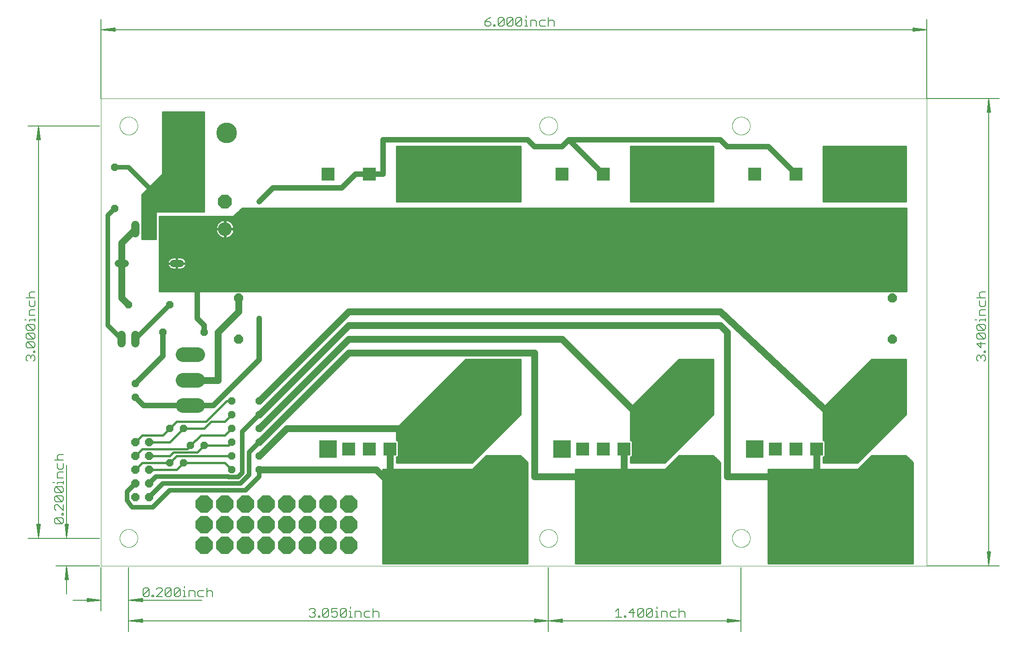
<source format=gtl>
G75*
%MOIN*%
%OFA0B0*%
%FSLAX25Y25*%
%IPPOS*%
%LPD*%
%AMOC8*
5,1,8,0,0,1.08239X$1,22.5*
%
%ADD10C,0.00000*%
%ADD11C,0.00512*%
%ADD12C,0.00600*%
%ADD13C,0.10000*%
%ADD14OC8,0.10000*%
%ADD15C,0.07050*%
%ADD16OC8,0.05200*%
%ADD17C,0.10650*%
%ADD18C,0.06000*%
%ADD19C,0.05200*%
%ADD20R,0.09449X0.09449*%
%ADD21R,0.12661X0.12661*%
%ADD22OC8,0.06600*%
%ADD23OC8,0.06000*%
%ADD24OC8,0.12500*%
%ADD25R,0.15000X0.15000*%
%ADD26C,0.15000*%
%ADD27C,0.05000*%
%ADD28C,0.03200*%
%ADD29C,0.01600*%
%ADD30C,0.04000*%
%ADD31C,0.03562*%
%ADD32C,0.01200*%
D10*
X0240000Y0265000D02*
X0240000Y0605000D01*
X0840000Y0605000D01*
X0840000Y0265000D01*
X0240000Y0265000D01*
X0253500Y0285000D02*
X0253502Y0285161D01*
X0253508Y0285321D01*
X0253518Y0285482D01*
X0253532Y0285642D01*
X0253550Y0285802D01*
X0253571Y0285961D01*
X0253597Y0286120D01*
X0253627Y0286278D01*
X0253660Y0286435D01*
X0253698Y0286592D01*
X0253739Y0286747D01*
X0253784Y0286901D01*
X0253833Y0287054D01*
X0253886Y0287206D01*
X0253942Y0287357D01*
X0254003Y0287506D01*
X0254066Y0287654D01*
X0254134Y0287800D01*
X0254205Y0287944D01*
X0254279Y0288086D01*
X0254357Y0288227D01*
X0254439Y0288365D01*
X0254524Y0288502D01*
X0254612Y0288636D01*
X0254704Y0288768D01*
X0254799Y0288898D01*
X0254897Y0289026D01*
X0254998Y0289151D01*
X0255102Y0289273D01*
X0255209Y0289393D01*
X0255319Y0289510D01*
X0255432Y0289625D01*
X0255548Y0289736D01*
X0255667Y0289845D01*
X0255788Y0289950D01*
X0255912Y0290053D01*
X0256038Y0290153D01*
X0256166Y0290249D01*
X0256297Y0290342D01*
X0256431Y0290432D01*
X0256566Y0290519D01*
X0256704Y0290602D01*
X0256843Y0290682D01*
X0256985Y0290758D01*
X0257128Y0290831D01*
X0257273Y0290900D01*
X0257420Y0290966D01*
X0257568Y0291028D01*
X0257718Y0291086D01*
X0257869Y0291141D01*
X0258022Y0291192D01*
X0258176Y0291239D01*
X0258331Y0291282D01*
X0258487Y0291321D01*
X0258643Y0291357D01*
X0258801Y0291388D01*
X0258959Y0291416D01*
X0259118Y0291440D01*
X0259278Y0291460D01*
X0259438Y0291476D01*
X0259598Y0291488D01*
X0259759Y0291496D01*
X0259920Y0291500D01*
X0260080Y0291500D01*
X0260241Y0291496D01*
X0260402Y0291488D01*
X0260562Y0291476D01*
X0260722Y0291460D01*
X0260882Y0291440D01*
X0261041Y0291416D01*
X0261199Y0291388D01*
X0261357Y0291357D01*
X0261513Y0291321D01*
X0261669Y0291282D01*
X0261824Y0291239D01*
X0261978Y0291192D01*
X0262131Y0291141D01*
X0262282Y0291086D01*
X0262432Y0291028D01*
X0262580Y0290966D01*
X0262727Y0290900D01*
X0262872Y0290831D01*
X0263015Y0290758D01*
X0263157Y0290682D01*
X0263296Y0290602D01*
X0263434Y0290519D01*
X0263569Y0290432D01*
X0263703Y0290342D01*
X0263834Y0290249D01*
X0263962Y0290153D01*
X0264088Y0290053D01*
X0264212Y0289950D01*
X0264333Y0289845D01*
X0264452Y0289736D01*
X0264568Y0289625D01*
X0264681Y0289510D01*
X0264791Y0289393D01*
X0264898Y0289273D01*
X0265002Y0289151D01*
X0265103Y0289026D01*
X0265201Y0288898D01*
X0265296Y0288768D01*
X0265388Y0288636D01*
X0265476Y0288502D01*
X0265561Y0288365D01*
X0265643Y0288227D01*
X0265721Y0288086D01*
X0265795Y0287944D01*
X0265866Y0287800D01*
X0265934Y0287654D01*
X0265997Y0287506D01*
X0266058Y0287357D01*
X0266114Y0287206D01*
X0266167Y0287054D01*
X0266216Y0286901D01*
X0266261Y0286747D01*
X0266302Y0286592D01*
X0266340Y0286435D01*
X0266373Y0286278D01*
X0266403Y0286120D01*
X0266429Y0285961D01*
X0266450Y0285802D01*
X0266468Y0285642D01*
X0266482Y0285482D01*
X0266492Y0285321D01*
X0266498Y0285161D01*
X0266500Y0285000D01*
X0266498Y0284839D01*
X0266492Y0284679D01*
X0266482Y0284518D01*
X0266468Y0284358D01*
X0266450Y0284198D01*
X0266429Y0284039D01*
X0266403Y0283880D01*
X0266373Y0283722D01*
X0266340Y0283565D01*
X0266302Y0283408D01*
X0266261Y0283253D01*
X0266216Y0283099D01*
X0266167Y0282946D01*
X0266114Y0282794D01*
X0266058Y0282643D01*
X0265997Y0282494D01*
X0265934Y0282346D01*
X0265866Y0282200D01*
X0265795Y0282056D01*
X0265721Y0281914D01*
X0265643Y0281773D01*
X0265561Y0281635D01*
X0265476Y0281498D01*
X0265388Y0281364D01*
X0265296Y0281232D01*
X0265201Y0281102D01*
X0265103Y0280974D01*
X0265002Y0280849D01*
X0264898Y0280727D01*
X0264791Y0280607D01*
X0264681Y0280490D01*
X0264568Y0280375D01*
X0264452Y0280264D01*
X0264333Y0280155D01*
X0264212Y0280050D01*
X0264088Y0279947D01*
X0263962Y0279847D01*
X0263834Y0279751D01*
X0263703Y0279658D01*
X0263569Y0279568D01*
X0263434Y0279481D01*
X0263296Y0279398D01*
X0263157Y0279318D01*
X0263015Y0279242D01*
X0262872Y0279169D01*
X0262727Y0279100D01*
X0262580Y0279034D01*
X0262432Y0278972D01*
X0262282Y0278914D01*
X0262131Y0278859D01*
X0261978Y0278808D01*
X0261824Y0278761D01*
X0261669Y0278718D01*
X0261513Y0278679D01*
X0261357Y0278643D01*
X0261199Y0278612D01*
X0261041Y0278584D01*
X0260882Y0278560D01*
X0260722Y0278540D01*
X0260562Y0278524D01*
X0260402Y0278512D01*
X0260241Y0278504D01*
X0260080Y0278500D01*
X0259920Y0278500D01*
X0259759Y0278504D01*
X0259598Y0278512D01*
X0259438Y0278524D01*
X0259278Y0278540D01*
X0259118Y0278560D01*
X0258959Y0278584D01*
X0258801Y0278612D01*
X0258643Y0278643D01*
X0258487Y0278679D01*
X0258331Y0278718D01*
X0258176Y0278761D01*
X0258022Y0278808D01*
X0257869Y0278859D01*
X0257718Y0278914D01*
X0257568Y0278972D01*
X0257420Y0279034D01*
X0257273Y0279100D01*
X0257128Y0279169D01*
X0256985Y0279242D01*
X0256843Y0279318D01*
X0256704Y0279398D01*
X0256566Y0279481D01*
X0256431Y0279568D01*
X0256297Y0279658D01*
X0256166Y0279751D01*
X0256038Y0279847D01*
X0255912Y0279947D01*
X0255788Y0280050D01*
X0255667Y0280155D01*
X0255548Y0280264D01*
X0255432Y0280375D01*
X0255319Y0280490D01*
X0255209Y0280607D01*
X0255102Y0280727D01*
X0254998Y0280849D01*
X0254897Y0280974D01*
X0254799Y0281102D01*
X0254704Y0281232D01*
X0254612Y0281364D01*
X0254524Y0281498D01*
X0254439Y0281635D01*
X0254357Y0281773D01*
X0254279Y0281914D01*
X0254205Y0282056D01*
X0254134Y0282200D01*
X0254066Y0282346D01*
X0254003Y0282494D01*
X0253942Y0282643D01*
X0253886Y0282794D01*
X0253833Y0282946D01*
X0253784Y0283099D01*
X0253739Y0283253D01*
X0253698Y0283408D01*
X0253660Y0283565D01*
X0253627Y0283722D01*
X0253597Y0283880D01*
X0253571Y0284039D01*
X0253550Y0284198D01*
X0253532Y0284358D01*
X0253518Y0284518D01*
X0253508Y0284679D01*
X0253502Y0284839D01*
X0253500Y0285000D01*
X0558500Y0285000D02*
X0558502Y0285161D01*
X0558508Y0285321D01*
X0558518Y0285482D01*
X0558532Y0285642D01*
X0558550Y0285802D01*
X0558571Y0285961D01*
X0558597Y0286120D01*
X0558627Y0286278D01*
X0558660Y0286435D01*
X0558698Y0286592D01*
X0558739Y0286747D01*
X0558784Y0286901D01*
X0558833Y0287054D01*
X0558886Y0287206D01*
X0558942Y0287357D01*
X0559003Y0287506D01*
X0559066Y0287654D01*
X0559134Y0287800D01*
X0559205Y0287944D01*
X0559279Y0288086D01*
X0559357Y0288227D01*
X0559439Y0288365D01*
X0559524Y0288502D01*
X0559612Y0288636D01*
X0559704Y0288768D01*
X0559799Y0288898D01*
X0559897Y0289026D01*
X0559998Y0289151D01*
X0560102Y0289273D01*
X0560209Y0289393D01*
X0560319Y0289510D01*
X0560432Y0289625D01*
X0560548Y0289736D01*
X0560667Y0289845D01*
X0560788Y0289950D01*
X0560912Y0290053D01*
X0561038Y0290153D01*
X0561166Y0290249D01*
X0561297Y0290342D01*
X0561431Y0290432D01*
X0561566Y0290519D01*
X0561704Y0290602D01*
X0561843Y0290682D01*
X0561985Y0290758D01*
X0562128Y0290831D01*
X0562273Y0290900D01*
X0562420Y0290966D01*
X0562568Y0291028D01*
X0562718Y0291086D01*
X0562869Y0291141D01*
X0563022Y0291192D01*
X0563176Y0291239D01*
X0563331Y0291282D01*
X0563487Y0291321D01*
X0563643Y0291357D01*
X0563801Y0291388D01*
X0563959Y0291416D01*
X0564118Y0291440D01*
X0564278Y0291460D01*
X0564438Y0291476D01*
X0564598Y0291488D01*
X0564759Y0291496D01*
X0564920Y0291500D01*
X0565080Y0291500D01*
X0565241Y0291496D01*
X0565402Y0291488D01*
X0565562Y0291476D01*
X0565722Y0291460D01*
X0565882Y0291440D01*
X0566041Y0291416D01*
X0566199Y0291388D01*
X0566357Y0291357D01*
X0566513Y0291321D01*
X0566669Y0291282D01*
X0566824Y0291239D01*
X0566978Y0291192D01*
X0567131Y0291141D01*
X0567282Y0291086D01*
X0567432Y0291028D01*
X0567580Y0290966D01*
X0567727Y0290900D01*
X0567872Y0290831D01*
X0568015Y0290758D01*
X0568157Y0290682D01*
X0568296Y0290602D01*
X0568434Y0290519D01*
X0568569Y0290432D01*
X0568703Y0290342D01*
X0568834Y0290249D01*
X0568962Y0290153D01*
X0569088Y0290053D01*
X0569212Y0289950D01*
X0569333Y0289845D01*
X0569452Y0289736D01*
X0569568Y0289625D01*
X0569681Y0289510D01*
X0569791Y0289393D01*
X0569898Y0289273D01*
X0570002Y0289151D01*
X0570103Y0289026D01*
X0570201Y0288898D01*
X0570296Y0288768D01*
X0570388Y0288636D01*
X0570476Y0288502D01*
X0570561Y0288365D01*
X0570643Y0288227D01*
X0570721Y0288086D01*
X0570795Y0287944D01*
X0570866Y0287800D01*
X0570934Y0287654D01*
X0570997Y0287506D01*
X0571058Y0287357D01*
X0571114Y0287206D01*
X0571167Y0287054D01*
X0571216Y0286901D01*
X0571261Y0286747D01*
X0571302Y0286592D01*
X0571340Y0286435D01*
X0571373Y0286278D01*
X0571403Y0286120D01*
X0571429Y0285961D01*
X0571450Y0285802D01*
X0571468Y0285642D01*
X0571482Y0285482D01*
X0571492Y0285321D01*
X0571498Y0285161D01*
X0571500Y0285000D01*
X0571498Y0284839D01*
X0571492Y0284679D01*
X0571482Y0284518D01*
X0571468Y0284358D01*
X0571450Y0284198D01*
X0571429Y0284039D01*
X0571403Y0283880D01*
X0571373Y0283722D01*
X0571340Y0283565D01*
X0571302Y0283408D01*
X0571261Y0283253D01*
X0571216Y0283099D01*
X0571167Y0282946D01*
X0571114Y0282794D01*
X0571058Y0282643D01*
X0570997Y0282494D01*
X0570934Y0282346D01*
X0570866Y0282200D01*
X0570795Y0282056D01*
X0570721Y0281914D01*
X0570643Y0281773D01*
X0570561Y0281635D01*
X0570476Y0281498D01*
X0570388Y0281364D01*
X0570296Y0281232D01*
X0570201Y0281102D01*
X0570103Y0280974D01*
X0570002Y0280849D01*
X0569898Y0280727D01*
X0569791Y0280607D01*
X0569681Y0280490D01*
X0569568Y0280375D01*
X0569452Y0280264D01*
X0569333Y0280155D01*
X0569212Y0280050D01*
X0569088Y0279947D01*
X0568962Y0279847D01*
X0568834Y0279751D01*
X0568703Y0279658D01*
X0568569Y0279568D01*
X0568434Y0279481D01*
X0568296Y0279398D01*
X0568157Y0279318D01*
X0568015Y0279242D01*
X0567872Y0279169D01*
X0567727Y0279100D01*
X0567580Y0279034D01*
X0567432Y0278972D01*
X0567282Y0278914D01*
X0567131Y0278859D01*
X0566978Y0278808D01*
X0566824Y0278761D01*
X0566669Y0278718D01*
X0566513Y0278679D01*
X0566357Y0278643D01*
X0566199Y0278612D01*
X0566041Y0278584D01*
X0565882Y0278560D01*
X0565722Y0278540D01*
X0565562Y0278524D01*
X0565402Y0278512D01*
X0565241Y0278504D01*
X0565080Y0278500D01*
X0564920Y0278500D01*
X0564759Y0278504D01*
X0564598Y0278512D01*
X0564438Y0278524D01*
X0564278Y0278540D01*
X0564118Y0278560D01*
X0563959Y0278584D01*
X0563801Y0278612D01*
X0563643Y0278643D01*
X0563487Y0278679D01*
X0563331Y0278718D01*
X0563176Y0278761D01*
X0563022Y0278808D01*
X0562869Y0278859D01*
X0562718Y0278914D01*
X0562568Y0278972D01*
X0562420Y0279034D01*
X0562273Y0279100D01*
X0562128Y0279169D01*
X0561985Y0279242D01*
X0561843Y0279318D01*
X0561704Y0279398D01*
X0561566Y0279481D01*
X0561431Y0279568D01*
X0561297Y0279658D01*
X0561166Y0279751D01*
X0561038Y0279847D01*
X0560912Y0279947D01*
X0560788Y0280050D01*
X0560667Y0280155D01*
X0560548Y0280264D01*
X0560432Y0280375D01*
X0560319Y0280490D01*
X0560209Y0280607D01*
X0560102Y0280727D01*
X0559998Y0280849D01*
X0559897Y0280974D01*
X0559799Y0281102D01*
X0559704Y0281232D01*
X0559612Y0281364D01*
X0559524Y0281498D01*
X0559439Y0281635D01*
X0559357Y0281773D01*
X0559279Y0281914D01*
X0559205Y0282056D01*
X0559134Y0282200D01*
X0559066Y0282346D01*
X0559003Y0282494D01*
X0558942Y0282643D01*
X0558886Y0282794D01*
X0558833Y0282946D01*
X0558784Y0283099D01*
X0558739Y0283253D01*
X0558698Y0283408D01*
X0558660Y0283565D01*
X0558627Y0283722D01*
X0558597Y0283880D01*
X0558571Y0284039D01*
X0558550Y0284198D01*
X0558532Y0284358D01*
X0558518Y0284518D01*
X0558508Y0284679D01*
X0558502Y0284839D01*
X0558500Y0285000D01*
X0698500Y0285000D02*
X0698502Y0285161D01*
X0698508Y0285321D01*
X0698518Y0285482D01*
X0698532Y0285642D01*
X0698550Y0285802D01*
X0698571Y0285961D01*
X0698597Y0286120D01*
X0698627Y0286278D01*
X0698660Y0286435D01*
X0698698Y0286592D01*
X0698739Y0286747D01*
X0698784Y0286901D01*
X0698833Y0287054D01*
X0698886Y0287206D01*
X0698942Y0287357D01*
X0699003Y0287506D01*
X0699066Y0287654D01*
X0699134Y0287800D01*
X0699205Y0287944D01*
X0699279Y0288086D01*
X0699357Y0288227D01*
X0699439Y0288365D01*
X0699524Y0288502D01*
X0699612Y0288636D01*
X0699704Y0288768D01*
X0699799Y0288898D01*
X0699897Y0289026D01*
X0699998Y0289151D01*
X0700102Y0289273D01*
X0700209Y0289393D01*
X0700319Y0289510D01*
X0700432Y0289625D01*
X0700548Y0289736D01*
X0700667Y0289845D01*
X0700788Y0289950D01*
X0700912Y0290053D01*
X0701038Y0290153D01*
X0701166Y0290249D01*
X0701297Y0290342D01*
X0701431Y0290432D01*
X0701566Y0290519D01*
X0701704Y0290602D01*
X0701843Y0290682D01*
X0701985Y0290758D01*
X0702128Y0290831D01*
X0702273Y0290900D01*
X0702420Y0290966D01*
X0702568Y0291028D01*
X0702718Y0291086D01*
X0702869Y0291141D01*
X0703022Y0291192D01*
X0703176Y0291239D01*
X0703331Y0291282D01*
X0703487Y0291321D01*
X0703643Y0291357D01*
X0703801Y0291388D01*
X0703959Y0291416D01*
X0704118Y0291440D01*
X0704278Y0291460D01*
X0704438Y0291476D01*
X0704598Y0291488D01*
X0704759Y0291496D01*
X0704920Y0291500D01*
X0705080Y0291500D01*
X0705241Y0291496D01*
X0705402Y0291488D01*
X0705562Y0291476D01*
X0705722Y0291460D01*
X0705882Y0291440D01*
X0706041Y0291416D01*
X0706199Y0291388D01*
X0706357Y0291357D01*
X0706513Y0291321D01*
X0706669Y0291282D01*
X0706824Y0291239D01*
X0706978Y0291192D01*
X0707131Y0291141D01*
X0707282Y0291086D01*
X0707432Y0291028D01*
X0707580Y0290966D01*
X0707727Y0290900D01*
X0707872Y0290831D01*
X0708015Y0290758D01*
X0708157Y0290682D01*
X0708296Y0290602D01*
X0708434Y0290519D01*
X0708569Y0290432D01*
X0708703Y0290342D01*
X0708834Y0290249D01*
X0708962Y0290153D01*
X0709088Y0290053D01*
X0709212Y0289950D01*
X0709333Y0289845D01*
X0709452Y0289736D01*
X0709568Y0289625D01*
X0709681Y0289510D01*
X0709791Y0289393D01*
X0709898Y0289273D01*
X0710002Y0289151D01*
X0710103Y0289026D01*
X0710201Y0288898D01*
X0710296Y0288768D01*
X0710388Y0288636D01*
X0710476Y0288502D01*
X0710561Y0288365D01*
X0710643Y0288227D01*
X0710721Y0288086D01*
X0710795Y0287944D01*
X0710866Y0287800D01*
X0710934Y0287654D01*
X0710997Y0287506D01*
X0711058Y0287357D01*
X0711114Y0287206D01*
X0711167Y0287054D01*
X0711216Y0286901D01*
X0711261Y0286747D01*
X0711302Y0286592D01*
X0711340Y0286435D01*
X0711373Y0286278D01*
X0711403Y0286120D01*
X0711429Y0285961D01*
X0711450Y0285802D01*
X0711468Y0285642D01*
X0711482Y0285482D01*
X0711492Y0285321D01*
X0711498Y0285161D01*
X0711500Y0285000D01*
X0711498Y0284839D01*
X0711492Y0284679D01*
X0711482Y0284518D01*
X0711468Y0284358D01*
X0711450Y0284198D01*
X0711429Y0284039D01*
X0711403Y0283880D01*
X0711373Y0283722D01*
X0711340Y0283565D01*
X0711302Y0283408D01*
X0711261Y0283253D01*
X0711216Y0283099D01*
X0711167Y0282946D01*
X0711114Y0282794D01*
X0711058Y0282643D01*
X0710997Y0282494D01*
X0710934Y0282346D01*
X0710866Y0282200D01*
X0710795Y0282056D01*
X0710721Y0281914D01*
X0710643Y0281773D01*
X0710561Y0281635D01*
X0710476Y0281498D01*
X0710388Y0281364D01*
X0710296Y0281232D01*
X0710201Y0281102D01*
X0710103Y0280974D01*
X0710002Y0280849D01*
X0709898Y0280727D01*
X0709791Y0280607D01*
X0709681Y0280490D01*
X0709568Y0280375D01*
X0709452Y0280264D01*
X0709333Y0280155D01*
X0709212Y0280050D01*
X0709088Y0279947D01*
X0708962Y0279847D01*
X0708834Y0279751D01*
X0708703Y0279658D01*
X0708569Y0279568D01*
X0708434Y0279481D01*
X0708296Y0279398D01*
X0708157Y0279318D01*
X0708015Y0279242D01*
X0707872Y0279169D01*
X0707727Y0279100D01*
X0707580Y0279034D01*
X0707432Y0278972D01*
X0707282Y0278914D01*
X0707131Y0278859D01*
X0706978Y0278808D01*
X0706824Y0278761D01*
X0706669Y0278718D01*
X0706513Y0278679D01*
X0706357Y0278643D01*
X0706199Y0278612D01*
X0706041Y0278584D01*
X0705882Y0278560D01*
X0705722Y0278540D01*
X0705562Y0278524D01*
X0705402Y0278512D01*
X0705241Y0278504D01*
X0705080Y0278500D01*
X0704920Y0278500D01*
X0704759Y0278504D01*
X0704598Y0278512D01*
X0704438Y0278524D01*
X0704278Y0278540D01*
X0704118Y0278560D01*
X0703959Y0278584D01*
X0703801Y0278612D01*
X0703643Y0278643D01*
X0703487Y0278679D01*
X0703331Y0278718D01*
X0703176Y0278761D01*
X0703022Y0278808D01*
X0702869Y0278859D01*
X0702718Y0278914D01*
X0702568Y0278972D01*
X0702420Y0279034D01*
X0702273Y0279100D01*
X0702128Y0279169D01*
X0701985Y0279242D01*
X0701843Y0279318D01*
X0701704Y0279398D01*
X0701566Y0279481D01*
X0701431Y0279568D01*
X0701297Y0279658D01*
X0701166Y0279751D01*
X0701038Y0279847D01*
X0700912Y0279947D01*
X0700788Y0280050D01*
X0700667Y0280155D01*
X0700548Y0280264D01*
X0700432Y0280375D01*
X0700319Y0280490D01*
X0700209Y0280607D01*
X0700102Y0280727D01*
X0699998Y0280849D01*
X0699897Y0280974D01*
X0699799Y0281102D01*
X0699704Y0281232D01*
X0699612Y0281364D01*
X0699524Y0281498D01*
X0699439Y0281635D01*
X0699357Y0281773D01*
X0699279Y0281914D01*
X0699205Y0282056D01*
X0699134Y0282200D01*
X0699066Y0282346D01*
X0699003Y0282494D01*
X0698942Y0282643D01*
X0698886Y0282794D01*
X0698833Y0282946D01*
X0698784Y0283099D01*
X0698739Y0283253D01*
X0698698Y0283408D01*
X0698660Y0283565D01*
X0698627Y0283722D01*
X0698597Y0283880D01*
X0698571Y0284039D01*
X0698550Y0284198D01*
X0698532Y0284358D01*
X0698518Y0284518D01*
X0698508Y0284679D01*
X0698502Y0284839D01*
X0698500Y0285000D01*
X0698500Y0585000D02*
X0698502Y0585161D01*
X0698508Y0585321D01*
X0698518Y0585482D01*
X0698532Y0585642D01*
X0698550Y0585802D01*
X0698571Y0585961D01*
X0698597Y0586120D01*
X0698627Y0586278D01*
X0698660Y0586435D01*
X0698698Y0586592D01*
X0698739Y0586747D01*
X0698784Y0586901D01*
X0698833Y0587054D01*
X0698886Y0587206D01*
X0698942Y0587357D01*
X0699003Y0587506D01*
X0699066Y0587654D01*
X0699134Y0587800D01*
X0699205Y0587944D01*
X0699279Y0588086D01*
X0699357Y0588227D01*
X0699439Y0588365D01*
X0699524Y0588502D01*
X0699612Y0588636D01*
X0699704Y0588768D01*
X0699799Y0588898D01*
X0699897Y0589026D01*
X0699998Y0589151D01*
X0700102Y0589273D01*
X0700209Y0589393D01*
X0700319Y0589510D01*
X0700432Y0589625D01*
X0700548Y0589736D01*
X0700667Y0589845D01*
X0700788Y0589950D01*
X0700912Y0590053D01*
X0701038Y0590153D01*
X0701166Y0590249D01*
X0701297Y0590342D01*
X0701431Y0590432D01*
X0701566Y0590519D01*
X0701704Y0590602D01*
X0701843Y0590682D01*
X0701985Y0590758D01*
X0702128Y0590831D01*
X0702273Y0590900D01*
X0702420Y0590966D01*
X0702568Y0591028D01*
X0702718Y0591086D01*
X0702869Y0591141D01*
X0703022Y0591192D01*
X0703176Y0591239D01*
X0703331Y0591282D01*
X0703487Y0591321D01*
X0703643Y0591357D01*
X0703801Y0591388D01*
X0703959Y0591416D01*
X0704118Y0591440D01*
X0704278Y0591460D01*
X0704438Y0591476D01*
X0704598Y0591488D01*
X0704759Y0591496D01*
X0704920Y0591500D01*
X0705080Y0591500D01*
X0705241Y0591496D01*
X0705402Y0591488D01*
X0705562Y0591476D01*
X0705722Y0591460D01*
X0705882Y0591440D01*
X0706041Y0591416D01*
X0706199Y0591388D01*
X0706357Y0591357D01*
X0706513Y0591321D01*
X0706669Y0591282D01*
X0706824Y0591239D01*
X0706978Y0591192D01*
X0707131Y0591141D01*
X0707282Y0591086D01*
X0707432Y0591028D01*
X0707580Y0590966D01*
X0707727Y0590900D01*
X0707872Y0590831D01*
X0708015Y0590758D01*
X0708157Y0590682D01*
X0708296Y0590602D01*
X0708434Y0590519D01*
X0708569Y0590432D01*
X0708703Y0590342D01*
X0708834Y0590249D01*
X0708962Y0590153D01*
X0709088Y0590053D01*
X0709212Y0589950D01*
X0709333Y0589845D01*
X0709452Y0589736D01*
X0709568Y0589625D01*
X0709681Y0589510D01*
X0709791Y0589393D01*
X0709898Y0589273D01*
X0710002Y0589151D01*
X0710103Y0589026D01*
X0710201Y0588898D01*
X0710296Y0588768D01*
X0710388Y0588636D01*
X0710476Y0588502D01*
X0710561Y0588365D01*
X0710643Y0588227D01*
X0710721Y0588086D01*
X0710795Y0587944D01*
X0710866Y0587800D01*
X0710934Y0587654D01*
X0710997Y0587506D01*
X0711058Y0587357D01*
X0711114Y0587206D01*
X0711167Y0587054D01*
X0711216Y0586901D01*
X0711261Y0586747D01*
X0711302Y0586592D01*
X0711340Y0586435D01*
X0711373Y0586278D01*
X0711403Y0586120D01*
X0711429Y0585961D01*
X0711450Y0585802D01*
X0711468Y0585642D01*
X0711482Y0585482D01*
X0711492Y0585321D01*
X0711498Y0585161D01*
X0711500Y0585000D01*
X0711498Y0584839D01*
X0711492Y0584679D01*
X0711482Y0584518D01*
X0711468Y0584358D01*
X0711450Y0584198D01*
X0711429Y0584039D01*
X0711403Y0583880D01*
X0711373Y0583722D01*
X0711340Y0583565D01*
X0711302Y0583408D01*
X0711261Y0583253D01*
X0711216Y0583099D01*
X0711167Y0582946D01*
X0711114Y0582794D01*
X0711058Y0582643D01*
X0710997Y0582494D01*
X0710934Y0582346D01*
X0710866Y0582200D01*
X0710795Y0582056D01*
X0710721Y0581914D01*
X0710643Y0581773D01*
X0710561Y0581635D01*
X0710476Y0581498D01*
X0710388Y0581364D01*
X0710296Y0581232D01*
X0710201Y0581102D01*
X0710103Y0580974D01*
X0710002Y0580849D01*
X0709898Y0580727D01*
X0709791Y0580607D01*
X0709681Y0580490D01*
X0709568Y0580375D01*
X0709452Y0580264D01*
X0709333Y0580155D01*
X0709212Y0580050D01*
X0709088Y0579947D01*
X0708962Y0579847D01*
X0708834Y0579751D01*
X0708703Y0579658D01*
X0708569Y0579568D01*
X0708434Y0579481D01*
X0708296Y0579398D01*
X0708157Y0579318D01*
X0708015Y0579242D01*
X0707872Y0579169D01*
X0707727Y0579100D01*
X0707580Y0579034D01*
X0707432Y0578972D01*
X0707282Y0578914D01*
X0707131Y0578859D01*
X0706978Y0578808D01*
X0706824Y0578761D01*
X0706669Y0578718D01*
X0706513Y0578679D01*
X0706357Y0578643D01*
X0706199Y0578612D01*
X0706041Y0578584D01*
X0705882Y0578560D01*
X0705722Y0578540D01*
X0705562Y0578524D01*
X0705402Y0578512D01*
X0705241Y0578504D01*
X0705080Y0578500D01*
X0704920Y0578500D01*
X0704759Y0578504D01*
X0704598Y0578512D01*
X0704438Y0578524D01*
X0704278Y0578540D01*
X0704118Y0578560D01*
X0703959Y0578584D01*
X0703801Y0578612D01*
X0703643Y0578643D01*
X0703487Y0578679D01*
X0703331Y0578718D01*
X0703176Y0578761D01*
X0703022Y0578808D01*
X0702869Y0578859D01*
X0702718Y0578914D01*
X0702568Y0578972D01*
X0702420Y0579034D01*
X0702273Y0579100D01*
X0702128Y0579169D01*
X0701985Y0579242D01*
X0701843Y0579318D01*
X0701704Y0579398D01*
X0701566Y0579481D01*
X0701431Y0579568D01*
X0701297Y0579658D01*
X0701166Y0579751D01*
X0701038Y0579847D01*
X0700912Y0579947D01*
X0700788Y0580050D01*
X0700667Y0580155D01*
X0700548Y0580264D01*
X0700432Y0580375D01*
X0700319Y0580490D01*
X0700209Y0580607D01*
X0700102Y0580727D01*
X0699998Y0580849D01*
X0699897Y0580974D01*
X0699799Y0581102D01*
X0699704Y0581232D01*
X0699612Y0581364D01*
X0699524Y0581498D01*
X0699439Y0581635D01*
X0699357Y0581773D01*
X0699279Y0581914D01*
X0699205Y0582056D01*
X0699134Y0582200D01*
X0699066Y0582346D01*
X0699003Y0582494D01*
X0698942Y0582643D01*
X0698886Y0582794D01*
X0698833Y0582946D01*
X0698784Y0583099D01*
X0698739Y0583253D01*
X0698698Y0583408D01*
X0698660Y0583565D01*
X0698627Y0583722D01*
X0698597Y0583880D01*
X0698571Y0584039D01*
X0698550Y0584198D01*
X0698532Y0584358D01*
X0698518Y0584518D01*
X0698508Y0584679D01*
X0698502Y0584839D01*
X0698500Y0585000D01*
X0558500Y0585000D02*
X0558502Y0585161D01*
X0558508Y0585321D01*
X0558518Y0585482D01*
X0558532Y0585642D01*
X0558550Y0585802D01*
X0558571Y0585961D01*
X0558597Y0586120D01*
X0558627Y0586278D01*
X0558660Y0586435D01*
X0558698Y0586592D01*
X0558739Y0586747D01*
X0558784Y0586901D01*
X0558833Y0587054D01*
X0558886Y0587206D01*
X0558942Y0587357D01*
X0559003Y0587506D01*
X0559066Y0587654D01*
X0559134Y0587800D01*
X0559205Y0587944D01*
X0559279Y0588086D01*
X0559357Y0588227D01*
X0559439Y0588365D01*
X0559524Y0588502D01*
X0559612Y0588636D01*
X0559704Y0588768D01*
X0559799Y0588898D01*
X0559897Y0589026D01*
X0559998Y0589151D01*
X0560102Y0589273D01*
X0560209Y0589393D01*
X0560319Y0589510D01*
X0560432Y0589625D01*
X0560548Y0589736D01*
X0560667Y0589845D01*
X0560788Y0589950D01*
X0560912Y0590053D01*
X0561038Y0590153D01*
X0561166Y0590249D01*
X0561297Y0590342D01*
X0561431Y0590432D01*
X0561566Y0590519D01*
X0561704Y0590602D01*
X0561843Y0590682D01*
X0561985Y0590758D01*
X0562128Y0590831D01*
X0562273Y0590900D01*
X0562420Y0590966D01*
X0562568Y0591028D01*
X0562718Y0591086D01*
X0562869Y0591141D01*
X0563022Y0591192D01*
X0563176Y0591239D01*
X0563331Y0591282D01*
X0563487Y0591321D01*
X0563643Y0591357D01*
X0563801Y0591388D01*
X0563959Y0591416D01*
X0564118Y0591440D01*
X0564278Y0591460D01*
X0564438Y0591476D01*
X0564598Y0591488D01*
X0564759Y0591496D01*
X0564920Y0591500D01*
X0565080Y0591500D01*
X0565241Y0591496D01*
X0565402Y0591488D01*
X0565562Y0591476D01*
X0565722Y0591460D01*
X0565882Y0591440D01*
X0566041Y0591416D01*
X0566199Y0591388D01*
X0566357Y0591357D01*
X0566513Y0591321D01*
X0566669Y0591282D01*
X0566824Y0591239D01*
X0566978Y0591192D01*
X0567131Y0591141D01*
X0567282Y0591086D01*
X0567432Y0591028D01*
X0567580Y0590966D01*
X0567727Y0590900D01*
X0567872Y0590831D01*
X0568015Y0590758D01*
X0568157Y0590682D01*
X0568296Y0590602D01*
X0568434Y0590519D01*
X0568569Y0590432D01*
X0568703Y0590342D01*
X0568834Y0590249D01*
X0568962Y0590153D01*
X0569088Y0590053D01*
X0569212Y0589950D01*
X0569333Y0589845D01*
X0569452Y0589736D01*
X0569568Y0589625D01*
X0569681Y0589510D01*
X0569791Y0589393D01*
X0569898Y0589273D01*
X0570002Y0589151D01*
X0570103Y0589026D01*
X0570201Y0588898D01*
X0570296Y0588768D01*
X0570388Y0588636D01*
X0570476Y0588502D01*
X0570561Y0588365D01*
X0570643Y0588227D01*
X0570721Y0588086D01*
X0570795Y0587944D01*
X0570866Y0587800D01*
X0570934Y0587654D01*
X0570997Y0587506D01*
X0571058Y0587357D01*
X0571114Y0587206D01*
X0571167Y0587054D01*
X0571216Y0586901D01*
X0571261Y0586747D01*
X0571302Y0586592D01*
X0571340Y0586435D01*
X0571373Y0586278D01*
X0571403Y0586120D01*
X0571429Y0585961D01*
X0571450Y0585802D01*
X0571468Y0585642D01*
X0571482Y0585482D01*
X0571492Y0585321D01*
X0571498Y0585161D01*
X0571500Y0585000D01*
X0571498Y0584839D01*
X0571492Y0584679D01*
X0571482Y0584518D01*
X0571468Y0584358D01*
X0571450Y0584198D01*
X0571429Y0584039D01*
X0571403Y0583880D01*
X0571373Y0583722D01*
X0571340Y0583565D01*
X0571302Y0583408D01*
X0571261Y0583253D01*
X0571216Y0583099D01*
X0571167Y0582946D01*
X0571114Y0582794D01*
X0571058Y0582643D01*
X0570997Y0582494D01*
X0570934Y0582346D01*
X0570866Y0582200D01*
X0570795Y0582056D01*
X0570721Y0581914D01*
X0570643Y0581773D01*
X0570561Y0581635D01*
X0570476Y0581498D01*
X0570388Y0581364D01*
X0570296Y0581232D01*
X0570201Y0581102D01*
X0570103Y0580974D01*
X0570002Y0580849D01*
X0569898Y0580727D01*
X0569791Y0580607D01*
X0569681Y0580490D01*
X0569568Y0580375D01*
X0569452Y0580264D01*
X0569333Y0580155D01*
X0569212Y0580050D01*
X0569088Y0579947D01*
X0568962Y0579847D01*
X0568834Y0579751D01*
X0568703Y0579658D01*
X0568569Y0579568D01*
X0568434Y0579481D01*
X0568296Y0579398D01*
X0568157Y0579318D01*
X0568015Y0579242D01*
X0567872Y0579169D01*
X0567727Y0579100D01*
X0567580Y0579034D01*
X0567432Y0578972D01*
X0567282Y0578914D01*
X0567131Y0578859D01*
X0566978Y0578808D01*
X0566824Y0578761D01*
X0566669Y0578718D01*
X0566513Y0578679D01*
X0566357Y0578643D01*
X0566199Y0578612D01*
X0566041Y0578584D01*
X0565882Y0578560D01*
X0565722Y0578540D01*
X0565562Y0578524D01*
X0565402Y0578512D01*
X0565241Y0578504D01*
X0565080Y0578500D01*
X0564920Y0578500D01*
X0564759Y0578504D01*
X0564598Y0578512D01*
X0564438Y0578524D01*
X0564278Y0578540D01*
X0564118Y0578560D01*
X0563959Y0578584D01*
X0563801Y0578612D01*
X0563643Y0578643D01*
X0563487Y0578679D01*
X0563331Y0578718D01*
X0563176Y0578761D01*
X0563022Y0578808D01*
X0562869Y0578859D01*
X0562718Y0578914D01*
X0562568Y0578972D01*
X0562420Y0579034D01*
X0562273Y0579100D01*
X0562128Y0579169D01*
X0561985Y0579242D01*
X0561843Y0579318D01*
X0561704Y0579398D01*
X0561566Y0579481D01*
X0561431Y0579568D01*
X0561297Y0579658D01*
X0561166Y0579751D01*
X0561038Y0579847D01*
X0560912Y0579947D01*
X0560788Y0580050D01*
X0560667Y0580155D01*
X0560548Y0580264D01*
X0560432Y0580375D01*
X0560319Y0580490D01*
X0560209Y0580607D01*
X0560102Y0580727D01*
X0559998Y0580849D01*
X0559897Y0580974D01*
X0559799Y0581102D01*
X0559704Y0581232D01*
X0559612Y0581364D01*
X0559524Y0581498D01*
X0559439Y0581635D01*
X0559357Y0581773D01*
X0559279Y0581914D01*
X0559205Y0582056D01*
X0559134Y0582200D01*
X0559066Y0582346D01*
X0559003Y0582494D01*
X0558942Y0582643D01*
X0558886Y0582794D01*
X0558833Y0582946D01*
X0558784Y0583099D01*
X0558739Y0583253D01*
X0558698Y0583408D01*
X0558660Y0583565D01*
X0558627Y0583722D01*
X0558597Y0583880D01*
X0558571Y0584039D01*
X0558550Y0584198D01*
X0558532Y0584358D01*
X0558518Y0584518D01*
X0558508Y0584679D01*
X0558502Y0584839D01*
X0558500Y0585000D01*
X0253500Y0585000D02*
X0253502Y0585161D01*
X0253508Y0585321D01*
X0253518Y0585482D01*
X0253532Y0585642D01*
X0253550Y0585802D01*
X0253571Y0585961D01*
X0253597Y0586120D01*
X0253627Y0586278D01*
X0253660Y0586435D01*
X0253698Y0586592D01*
X0253739Y0586747D01*
X0253784Y0586901D01*
X0253833Y0587054D01*
X0253886Y0587206D01*
X0253942Y0587357D01*
X0254003Y0587506D01*
X0254066Y0587654D01*
X0254134Y0587800D01*
X0254205Y0587944D01*
X0254279Y0588086D01*
X0254357Y0588227D01*
X0254439Y0588365D01*
X0254524Y0588502D01*
X0254612Y0588636D01*
X0254704Y0588768D01*
X0254799Y0588898D01*
X0254897Y0589026D01*
X0254998Y0589151D01*
X0255102Y0589273D01*
X0255209Y0589393D01*
X0255319Y0589510D01*
X0255432Y0589625D01*
X0255548Y0589736D01*
X0255667Y0589845D01*
X0255788Y0589950D01*
X0255912Y0590053D01*
X0256038Y0590153D01*
X0256166Y0590249D01*
X0256297Y0590342D01*
X0256431Y0590432D01*
X0256566Y0590519D01*
X0256704Y0590602D01*
X0256843Y0590682D01*
X0256985Y0590758D01*
X0257128Y0590831D01*
X0257273Y0590900D01*
X0257420Y0590966D01*
X0257568Y0591028D01*
X0257718Y0591086D01*
X0257869Y0591141D01*
X0258022Y0591192D01*
X0258176Y0591239D01*
X0258331Y0591282D01*
X0258487Y0591321D01*
X0258643Y0591357D01*
X0258801Y0591388D01*
X0258959Y0591416D01*
X0259118Y0591440D01*
X0259278Y0591460D01*
X0259438Y0591476D01*
X0259598Y0591488D01*
X0259759Y0591496D01*
X0259920Y0591500D01*
X0260080Y0591500D01*
X0260241Y0591496D01*
X0260402Y0591488D01*
X0260562Y0591476D01*
X0260722Y0591460D01*
X0260882Y0591440D01*
X0261041Y0591416D01*
X0261199Y0591388D01*
X0261357Y0591357D01*
X0261513Y0591321D01*
X0261669Y0591282D01*
X0261824Y0591239D01*
X0261978Y0591192D01*
X0262131Y0591141D01*
X0262282Y0591086D01*
X0262432Y0591028D01*
X0262580Y0590966D01*
X0262727Y0590900D01*
X0262872Y0590831D01*
X0263015Y0590758D01*
X0263157Y0590682D01*
X0263296Y0590602D01*
X0263434Y0590519D01*
X0263569Y0590432D01*
X0263703Y0590342D01*
X0263834Y0590249D01*
X0263962Y0590153D01*
X0264088Y0590053D01*
X0264212Y0589950D01*
X0264333Y0589845D01*
X0264452Y0589736D01*
X0264568Y0589625D01*
X0264681Y0589510D01*
X0264791Y0589393D01*
X0264898Y0589273D01*
X0265002Y0589151D01*
X0265103Y0589026D01*
X0265201Y0588898D01*
X0265296Y0588768D01*
X0265388Y0588636D01*
X0265476Y0588502D01*
X0265561Y0588365D01*
X0265643Y0588227D01*
X0265721Y0588086D01*
X0265795Y0587944D01*
X0265866Y0587800D01*
X0265934Y0587654D01*
X0265997Y0587506D01*
X0266058Y0587357D01*
X0266114Y0587206D01*
X0266167Y0587054D01*
X0266216Y0586901D01*
X0266261Y0586747D01*
X0266302Y0586592D01*
X0266340Y0586435D01*
X0266373Y0586278D01*
X0266403Y0586120D01*
X0266429Y0585961D01*
X0266450Y0585802D01*
X0266468Y0585642D01*
X0266482Y0585482D01*
X0266492Y0585321D01*
X0266498Y0585161D01*
X0266500Y0585000D01*
X0266498Y0584839D01*
X0266492Y0584679D01*
X0266482Y0584518D01*
X0266468Y0584358D01*
X0266450Y0584198D01*
X0266429Y0584039D01*
X0266403Y0583880D01*
X0266373Y0583722D01*
X0266340Y0583565D01*
X0266302Y0583408D01*
X0266261Y0583253D01*
X0266216Y0583099D01*
X0266167Y0582946D01*
X0266114Y0582794D01*
X0266058Y0582643D01*
X0265997Y0582494D01*
X0265934Y0582346D01*
X0265866Y0582200D01*
X0265795Y0582056D01*
X0265721Y0581914D01*
X0265643Y0581773D01*
X0265561Y0581635D01*
X0265476Y0581498D01*
X0265388Y0581364D01*
X0265296Y0581232D01*
X0265201Y0581102D01*
X0265103Y0580974D01*
X0265002Y0580849D01*
X0264898Y0580727D01*
X0264791Y0580607D01*
X0264681Y0580490D01*
X0264568Y0580375D01*
X0264452Y0580264D01*
X0264333Y0580155D01*
X0264212Y0580050D01*
X0264088Y0579947D01*
X0263962Y0579847D01*
X0263834Y0579751D01*
X0263703Y0579658D01*
X0263569Y0579568D01*
X0263434Y0579481D01*
X0263296Y0579398D01*
X0263157Y0579318D01*
X0263015Y0579242D01*
X0262872Y0579169D01*
X0262727Y0579100D01*
X0262580Y0579034D01*
X0262432Y0578972D01*
X0262282Y0578914D01*
X0262131Y0578859D01*
X0261978Y0578808D01*
X0261824Y0578761D01*
X0261669Y0578718D01*
X0261513Y0578679D01*
X0261357Y0578643D01*
X0261199Y0578612D01*
X0261041Y0578584D01*
X0260882Y0578560D01*
X0260722Y0578540D01*
X0260562Y0578524D01*
X0260402Y0578512D01*
X0260241Y0578504D01*
X0260080Y0578500D01*
X0259920Y0578500D01*
X0259759Y0578504D01*
X0259598Y0578512D01*
X0259438Y0578524D01*
X0259278Y0578540D01*
X0259118Y0578560D01*
X0258959Y0578584D01*
X0258801Y0578612D01*
X0258643Y0578643D01*
X0258487Y0578679D01*
X0258331Y0578718D01*
X0258176Y0578761D01*
X0258022Y0578808D01*
X0257869Y0578859D01*
X0257718Y0578914D01*
X0257568Y0578972D01*
X0257420Y0579034D01*
X0257273Y0579100D01*
X0257128Y0579169D01*
X0256985Y0579242D01*
X0256843Y0579318D01*
X0256704Y0579398D01*
X0256566Y0579481D01*
X0256431Y0579568D01*
X0256297Y0579658D01*
X0256166Y0579751D01*
X0256038Y0579847D01*
X0255912Y0579947D01*
X0255788Y0580050D01*
X0255667Y0580155D01*
X0255548Y0580264D01*
X0255432Y0580375D01*
X0255319Y0580490D01*
X0255209Y0580607D01*
X0255102Y0580727D01*
X0254998Y0580849D01*
X0254897Y0580974D01*
X0254799Y0581102D01*
X0254704Y0581232D01*
X0254612Y0581364D01*
X0254524Y0581498D01*
X0254439Y0581635D01*
X0254357Y0581773D01*
X0254279Y0581914D01*
X0254205Y0582056D01*
X0254134Y0582200D01*
X0254066Y0582346D01*
X0254003Y0582494D01*
X0253942Y0582643D01*
X0253886Y0582794D01*
X0253833Y0582946D01*
X0253784Y0583099D01*
X0253739Y0583253D01*
X0253698Y0583408D01*
X0253660Y0583565D01*
X0253627Y0583722D01*
X0253597Y0583880D01*
X0253571Y0584039D01*
X0253550Y0584198D01*
X0253532Y0584358D01*
X0253518Y0584518D01*
X0253508Y0584679D01*
X0253502Y0584839D01*
X0253500Y0585000D01*
D11*
X0260000Y0264000D02*
X0260000Y0217323D01*
X0260256Y0225000D02*
X0270236Y0223976D01*
X0270236Y0223743D02*
X0260256Y0225000D01*
X0270236Y0226024D01*
X0270236Y0226257D02*
X0270236Y0223743D01*
X0270236Y0224488D02*
X0260256Y0225000D01*
X0270236Y0225512D01*
X0270236Y0226257D02*
X0260256Y0225000D01*
X0564744Y0225000D01*
X0554764Y0223976D01*
X0554764Y0223743D02*
X0564744Y0225000D01*
X0554764Y0226024D01*
X0554764Y0226257D02*
X0554764Y0223743D01*
X0554764Y0224488D02*
X0564744Y0225000D01*
X0554764Y0225512D01*
X0554764Y0226257D02*
X0564744Y0225000D01*
X0565256Y0225000D02*
X0575236Y0223976D01*
X0575236Y0223743D02*
X0565256Y0225000D01*
X0575236Y0226024D01*
X0575236Y0226257D02*
X0575236Y0223743D01*
X0575236Y0224488D02*
X0565256Y0225000D01*
X0575236Y0225512D01*
X0575236Y0226257D02*
X0565256Y0225000D01*
X0704744Y0225000D01*
X0694764Y0223976D01*
X0694764Y0223743D02*
X0704744Y0225000D01*
X0694764Y0226024D01*
X0694764Y0226257D02*
X0694764Y0223743D01*
X0694764Y0224488D02*
X0704744Y0225000D01*
X0694764Y0225512D01*
X0694764Y0226257D02*
X0704744Y0225000D01*
X0705000Y0217323D02*
X0705000Y0264000D01*
X0840000Y0265000D02*
X0892677Y0265000D01*
X0885000Y0265256D02*
X0886024Y0275236D01*
X0886257Y0275236D02*
X0885000Y0265256D01*
X0883976Y0275236D01*
X0883743Y0275236D02*
X0886257Y0275236D01*
X0885512Y0275236D02*
X0885000Y0265256D01*
X0884488Y0275236D01*
X0883743Y0275236D02*
X0885000Y0265256D01*
X0885000Y0604744D01*
X0886024Y0594764D01*
X0886257Y0594764D02*
X0885000Y0604744D01*
X0883976Y0594764D01*
X0883743Y0594764D02*
X0886257Y0594764D01*
X0885512Y0594764D02*
X0885000Y0604744D01*
X0884488Y0594764D01*
X0883743Y0594764D02*
X0885000Y0604744D01*
X0892677Y0605000D02*
X0840000Y0605000D01*
X0840000Y0662677D01*
X0839744Y0655000D02*
X0829764Y0653976D01*
X0829764Y0653743D02*
X0839744Y0655000D01*
X0829764Y0656024D01*
X0829764Y0656257D02*
X0829764Y0653743D01*
X0829764Y0654488D02*
X0839744Y0655000D01*
X0829764Y0655512D01*
X0829764Y0656257D02*
X0839744Y0655000D01*
X0240256Y0655000D01*
X0250236Y0653976D01*
X0250236Y0653743D02*
X0240256Y0655000D01*
X0250236Y0656024D01*
X0250236Y0656257D02*
X0250236Y0653743D01*
X0250236Y0654488D02*
X0240256Y0655000D01*
X0250236Y0655512D01*
X0250236Y0656257D02*
X0240256Y0655000D01*
X0240000Y0662677D02*
X0240000Y0605000D01*
X0239000Y0585000D02*
X0186900Y0585000D01*
X0194577Y0584744D02*
X0195601Y0574764D01*
X0195834Y0574764D02*
X0194577Y0584744D01*
X0193553Y0574764D01*
X0193320Y0574764D02*
X0195834Y0574764D01*
X0195089Y0574764D02*
X0194577Y0584744D01*
X0194065Y0574764D01*
X0193320Y0574764D02*
X0194577Y0584744D01*
X0194577Y0285256D01*
X0195601Y0295236D01*
X0195834Y0295236D02*
X0194577Y0285256D01*
X0193553Y0295236D01*
X0193320Y0295236D02*
X0195834Y0295236D01*
X0195089Y0295236D02*
X0194577Y0285256D01*
X0194065Y0295236D01*
X0193320Y0295236D02*
X0194577Y0285256D01*
X0186900Y0285000D02*
X0239000Y0285000D01*
X0207323Y0285000D01*
X0215000Y0285256D02*
X0216024Y0295236D01*
X0216257Y0295236D02*
X0215000Y0285256D01*
X0213976Y0295236D01*
X0213743Y0295236D02*
X0216257Y0295236D01*
X0215512Y0295236D02*
X0215000Y0285256D01*
X0214488Y0295236D01*
X0213743Y0295236D02*
X0215000Y0285256D01*
X0215000Y0338284D01*
X0215000Y0264744D02*
X0216024Y0254764D01*
X0216257Y0254764D02*
X0215000Y0264744D01*
X0213976Y0254764D01*
X0213743Y0254764D02*
X0216257Y0254764D01*
X0215512Y0254764D02*
X0215000Y0264744D01*
X0214488Y0254764D01*
X0213743Y0254764D02*
X0215000Y0264744D01*
X0215000Y0244528D01*
X0219528Y0240000D02*
X0239744Y0240000D01*
X0229764Y0238976D01*
X0229764Y0238743D02*
X0239744Y0240000D01*
X0229764Y0241024D01*
X0229764Y0241257D02*
X0229764Y0238743D01*
X0229764Y0239488D02*
X0239744Y0240000D01*
X0229764Y0240512D01*
X0229764Y0241257D02*
X0239744Y0240000D01*
X0240000Y0232323D02*
X0240000Y0264000D01*
X0239000Y0265000D02*
X0207323Y0265000D01*
X0260000Y0264000D02*
X0260000Y0232323D01*
X0260256Y0240000D02*
X0270236Y0238976D01*
X0270236Y0238743D02*
X0260256Y0240000D01*
X0270236Y0241024D01*
X0270236Y0241257D02*
X0270236Y0238743D01*
X0270236Y0239488D02*
X0260256Y0240000D01*
X0270236Y0240512D01*
X0270236Y0241257D02*
X0260256Y0240000D01*
X0313284Y0240000D01*
X0565000Y0217323D02*
X0565000Y0264000D01*
X0565000Y0217323D01*
D12*
X0613776Y0227562D02*
X0618046Y0227562D01*
X0615911Y0227562D02*
X0615911Y0233967D01*
X0613776Y0231832D01*
X0620221Y0228629D02*
X0621289Y0228629D01*
X0621289Y0227562D01*
X0620221Y0227562D01*
X0620221Y0228629D01*
X0623444Y0230765D02*
X0627715Y0230765D01*
X0629890Y0232900D02*
X0630957Y0233967D01*
X0633092Y0233967D01*
X0634160Y0232900D01*
X0629890Y0228629D01*
X0630957Y0227562D01*
X0633092Y0227562D01*
X0634160Y0228629D01*
X0634160Y0232900D01*
X0636335Y0232900D02*
X0637403Y0233967D01*
X0639538Y0233967D01*
X0640606Y0232900D01*
X0636335Y0228629D01*
X0637403Y0227562D01*
X0639538Y0227562D01*
X0640606Y0228629D01*
X0640606Y0232900D01*
X0642781Y0231832D02*
X0643848Y0231832D01*
X0643848Y0227562D01*
X0642781Y0227562D02*
X0644916Y0227562D01*
X0647078Y0227562D02*
X0647078Y0231832D01*
X0650280Y0231832D01*
X0651348Y0230765D01*
X0651348Y0227562D01*
X0653523Y0228629D02*
X0654591Y0227562D01*
X0657794Y0227562D01*
X0659969Y0227562D02*
X0659969Y0233967D01*
X0661036Y0231832D02*
X0663171Y0231832D01*
X0664239Y0230765D01*
X0664239Y0227562D01*
X0659969Y0230765D02*
X0661036Y0231832D01*
X0657794Y0231832D02*
X0654591Y0231832D01*
X0653523Y0230765D01*
X0653523Y0228629D01*
X0643848Y0233967D02*
X0643848Y0235035D01*
X0636335Y0232900D02*
X0636335Y0228629D01*
X0629890Y0228629D02*
X0629890Y0232900D01*
X0626647Y0233967D02*
X0623444Y0230765D01*
X0626647Y0227562D02*
X0626647Y0233967D01*
X0441739Y0230765D02*
X0441739Y0227562D01*
X0441739Y0230765D02*
X0440671Y0231832D01*
X0438536Y0231832D01*
X0437469Y0230765D01*
X0435294Y0231832D02*
X0432091Y0231832D01*
X0431023Y0230765D01*
X0431023Y0228629D01*
X0432091Y0227562D01*
X0435294Y0227562D01*
X0437469Y0227562D02*
X0437469Y0233967D01*
X0428848Y0230765D02*
X0428848Y0227562D01*
X0428848Y0230765D02*
X0427780Y0231832D01*
X0424578Y0231832D01*
X0424578Y0227562D01*
X0422416Y0227562D02*
X0420281Y0227562D01*
X0421348Y0227562D02*
X0421348Y0231832D01*
X0420281Y0231832D01*
X0421348Y0233967D02*
X0421348Y0235035D01*
X0418106Y0232900D02*
X0413835Y0228629D01*
X0414903Y0227562D01*
X0417038Y0227562D01*
X0418106Y0228629D01*
X0418106Y0232900D01*
X0417038Y0233967D01*
X0414903Y0233967D01*
X0413835Y0232900D01*
X0413835Y0228629D01*
X0411660Y0228629D02*
X0410592Y0227562D01*
X0408457Y0227562D01*
X0407390Y0228629D01*
X0407390Y0230765D02*
X0409525Y0231832D01*
X0410592Y0231832D01*
X0411660Y0230765D01*
X0411660Y0228629D01*
X0407390Y0230765D02*
X0407390Y0233967D01*
X0411660Y0233967D01*
X0405215Y0232900D02*
X0400944Y0228629D01*
X0402012Y0227562D01*
X0404147Y0227562D01*
X0405215Y0228629D01*
X0405215Y0232900D01*
X0404147Y0233967D01*
X0402012Y0233967D01*
X0400944Y0232900D01*
X0400944Y0228629D01*
X0398789Y0228629D02*
X0398789Y0227562D01*
X0397721Y0227562D01*
X0397721Y0228629D01*
X0398789Y0228629D01*
X0395546Y0228629D02*
X0394479Y0227562D01*
X0392344Y0227562D01*
X0391276Y0228629D01*
X0393411Y0230765D02*
X0394479Y0230765D01*
X0395546Y0229697D01*
X0395546Y0228629D01*
X0394479Y0230765D02*
X0395546Y0231832D01*
X0395546Y0232900D01*
X0394479Y0233967D01*
X0392344Y0233967D01*
X0391276Y0232900D01*
X0320999Y0242562D02*
X0320999Y0245765D01*
X0319932Y0246832D01*
X0317797Y0246832D01*
X0316729Y0245765D01*
X0314554Y0246832D02*
X0311351Y0246832D01*
X0310283Y0245765D01*
X0310283Y0243629D01*
X0311351Y0242562D01*
X0314554Y0242562D01*
X0316729Y0242562D02*
X0316729Y0248967D01*
X0308108Y0245765D02*
X0308108Y0242562D01*
X0308108Y0245765D02*
X0307041Y0246832D01*
X0303838Y0246832D01*
X0303838Y0242562D01*
X0301676Y0242562D02*
X0299541Y0242562D01*
X0300609Y0242562D02*
X0300609Y0246832D01*
X0299541Y0246832D01*
X0300609Y0248967D02*
X0300609Y0250035D01*
X0297366Y0247900D02*
X0296298Y0248967D01*
X0294163Y0248967D01*
X0293095Y0247900D01*
X0293095Y0243629D01*
X0297366Y0247900D01*
X0297366Y0243629D01*
X0296298Y0242562D01*
X0294163Y0242562D01*
X0293095Y0243629D01*
X0290920Y0243629D02*
X0289853Y0242562D01*
X0287718Y0242562D01*
X0286650Y0243629D01*
X0290920Y0247900D01*
X0290920Y0243629D01*
X0286650Y0243629D02*
X0286650Y0247900D01*
X0287718Y0248967D01*
X0289853Y0248967D01*
X0290920Y0247900D01*
X0284475Y0247900D02*
X0283407Y0248967D01*
X0281272Y0248967D01*
X0280204Y0247900D01*
X0284475Y0247900D02*
X0284475Y0246832D01*
X0280204Y0242562D01*
X0284475Y0242562D01*
X0278049Y0242562D02*
X0276982Y0242562D01*
X0276982Y0243629D01*
X0278049Y0243629D01*
X0278049Y0242562D01*
X0274807Y0243629D02*
X0273739Y0242562D01*
X0271604Y0242562D01*
X0270536Y0243629D01*
X0274807Y0247900D01*
X0274807Y0243629D01*
X0274807Y0247900D02*
X0273739Y0248967D01*
X0271604Y0248967D01*
X0270536Y0247900D01*
X0270536Y0243629D01*
X0212438Y0296604D02*
X0211371Y0295536D01*
X0207100Y0299807D01*
X0211371Y0299807D01*
X0212438Y0298739D01*
X0212438Y0296604D01*
X0211371Y0295536D02*
X0207100Y0295536D01*
X0206033Y0296604D01*
X0206033Y0298739D01*
X0207100Y0299807D01*
X0211371Y0301982D02*
X0211371Y0303049D01*
X0212438Y0303049D01*
X0212438Y0301982D01*
X0211371Y0301982D01*
X0212438Y0305204D02*
X0208168Y0309475D01*
X0207100Y0309475D01*
X0206033Y0308407D01*
X0206033Y0306272D01*
X0207100Y0305204D01*
X0212438Y0305204D02*
X0212438Y0309475D01*
X0211371Y0311650D02*
X0207100Y0315920D01*
X0211371Y0315920D01*
X0212438Y0314853D01*
X0212438Y0312718D01*
X0211371Y0311650D01*
X0207100Y0311650D01*
X0206033Y0312718D01*
X0206033Y0314853D01*
X0207100Y0315920D01*
X0207100Y0318095D02*
X0206033Y0319163D01*
X0206033Y0321298D01*
X0207100Y0322366D01*
X0211371Y0318095D01*
X0212438Y0319163D01*
X0212438Y0321298D01*
X0211371Y0322366D01*
X0207100Y0322366D01*
X0208168Y0324541D02*
X0208168Y0325609D01*
X0212438Y0325609D01*
X0212438Y0326676D02*
X0212438Y0324541D01*
X0212438Y0328838D02*
X0208168Y0328838D01*
X0208168Y0332041D01*
X0209235Y0333108D01*
X0212438Y0333108D01*
X0211371Y0335283D02*
X0209235Y0335283D01*
X0208168Y0336351D01*
X0208168Y0339554D01*
X0209235Y0341729D02*
X0208168Y0342797D01*
X0208168Y0344932D01*
X0209235Y0345999D01*
X0212438Y0345999D01*
X0212438Y0341729D02*
X0206033Y0341729D01*
X0212438Y0339554D02*
X0212438Y0336351D01*
X0211371Y0335283D01*
X0206033Y0325609D02*
X0204965Y0325609D01*
X0207100Y0318095D02*
X0211371Y0318095D01*
X0190948Y0413776D02*
X0192015Y0414844D01*
X0192015Y0416979D01*
X0190948Y0418046D01*
X0189880Y0418046D01*
X0188812Y0416979D01*
X0188812Y0415911D01*
X0188812Y0416979D02*
X0187745Y0418046D01*
X0186677Y0418046D01*
X0185610Y0416979D01*
X0185610Y0414844D01*
X0186677Y0413776D01*
X0190948Y0420221D02*
X0190948Y0421289D01*
X0192015Y0421289D01*
X0192015Y0420221D01*
X0190948Y0420221D01*
X0190948Y0423444D02*
X0186677Y0427715D01*
X0190948Y0427715D01*
X0192015Y0426647D01*
X0192015Y0424512D01*
X0190948Y0423444D01*
X0186677Y0423444D01*
X0185610Y0424512D01*
X0185610Y0426647D01*
X0186677Y0427715D01*
X0186677Y0429890D02*
X0185610Y0430957D01*
X0185610Y0433092D01*
X0186677Y0434160D01*
X0190948Y0429890D01*
X0192015Y0430957D01*
X0192015Y0433092D01*
X0190948Y0434160D01*
X0186677Y0434160D01*
X0186677Y0436335D02*
X0185610Y0437403D01*
X0185610Y0439538D01*
X0186677Y0440606D01*
X0190948Y0436335D01*
X0192015Y0437403D01*
X0192015Y0439538D01*
X0190948Y0440606D01*
X0186677Y0440606D01*
X0187745Y0442781D02*
X0187745Y0443848D01*
X0192015Y0443848D01*
X0192015Y0442781D02*
X0192015Y0444916D01*
X0192015Y0447078D02*
X0187745Y0447078D01*
X0187745Y0450280D01*
X0188812Y0451348D01*
X0192015Y0451348D01*
X0190948Y0453523D02*
X0192015Y0454591D01*
X0192015Y0457794D01*
X0192015Y0459969D02*
X0185610Y0459969D01*
X0187745Y0461036D02*
X0187745Y0463171D01*
X0188812Y0464239D01*
X0192015Y0464239D01*
X0188812Y0459969D02*
X0187745Y0461036D01*
X0187745Y0457794D02*
X0187745Y0454591D01*
X0188812Y0453523D01*
X0190948Y0453523D01*
X0185610Y0443848D02*
X0184542Y0443848D01*
X0186677Y0436335D02*
X0190948Y0436335D01*
X0190948Y0429890D02*
X0186677Y0429890D01*
X0518776Y0658629D02*
X0519844Y0657562D01*
X0521979Y0657562D01*
X0523046Y0658629D01*
X0523046Y0659697D01*
X0521979Y0660765D01*
X0518776Y0660765D01*
X0518776Y0658629D01*
X0518776Y0660765D02*
X0520911Y0662900D01*
X0523046Y0663967D01*
X0528444Y0662900D02*
X0528444Y0658629D01*
X0532715Y0662900D01*
X0532715Y0658629D01*
X0531647Y0657562D01*
X0529512Y0657562D01*
X0528444Y0658629D01*
X0526289Y0658629D02*
X0526289Y0657562D01*
X0525221Y0657562D01*
X0525221Y0658629D01*
X0526289Y0658629D01*
X0528444Y0662900D02*
X0529512Y0663967D01*
X0531647Y0663967D01*
X0532715Y0662900D01*
X0534890Y0662900D02*
X0534890Y0658629D01*
X0539160Y0662900D01*
X0539160Y0658629D01*
X0538092Y0657562D01*
X0535957Y0657562D01*
X0534890Y0658629D01*
X0534890Y0662900D02*
X0535957Y0663967D01*
X0538092Y0663967D01*
X0539160Y0662900D01*
X0541335Y0662900D02*
X0542403Y0663967D01*
X0544538Y0663967D01*
X0545606Y0662900D01*
X0541335Y0658629D01*
X0542403Y0657562D01*
X0544538Y0657562D01*
X0545606Y0658629D01*
X0545606Y0662900D01*
X0547781Y0661832D02*
X0548848Y0661832D01*
X0548848Y0657562D01*
X0547781Y0657562D02*
X0549916Y0657562D01*
X0552078Y0657562D02*
X0552078Y0661832D01*
X0555280Y0661832D01*
X0556348Y0660765D01*
X0556348Y0657562D01*
X0558523Y0658629D02*
X0559591Y0657562D01*
X0562794Y0657562D01*
X0564969Y0657562D02*
X0564969Y0663967D01*
X0566036Y0661832D02*
X0564969Y0660765D01*
X0566036Y0661832D02*
X0568171Y0661832D01*
X0569239Y0660765D01*
X0569239Y0657562D01*
X0562794Y0661832D02*
X0559591Y0661832D01*
X0558523Y0660765D01*
X0558523Y0658629D01*
X0548848Y0663967D02*
X0548848Y0665035D01*
X0541335Y0662900D02*
X0541335Y0658629D01*
X0876033Y0459969D02*
X0882438Y0459969D01*
X0882438Y0457794D02*
X0882438Y0454591D01*
X0881371Y0453523D01*
X0879235Y0453523D01*
X0878168Y0454591D01*
X0878168Y0457794D01*
X0879235Y0459969D02*
X0878168Y0461036D01*
X0878168Y0463171D01*
X0879235Y0464239D01*
X0882438Y0464239D01*
X0882438Y0451348D02*
X0879235Y0451348D01*
X0878168Y0450280D01*
X0878168Y0447078D01*
X0882438Y0447078D01*
X0882438Y0444916D02*
X0882438Y0442781D01*
X0882438Y0443848D02*
X0878168Y0443848D01*
X0878168Y0442781D01*
X0876033Y0443848D02*
X0874965Y0443848D01*
X0877100Y0440606D02*
X0881371Y0436335D01*
X0882438Y0437403D01*
X0882438Y0439538D01*
X0881371Y0440606D01*
X0877100Y0440606D01*
X0876033Y0439538D01*
X0876033Y0437403D01*
X0877100Y0436335D01*
X0881371Y0436335D01*
X0881371Y0434160D02*
X0877100Y0434160D01*
X0881371Y0429890D01*
X0882438Y0430957D01*
X0882438Y0433092D01*
X0881371Y0434160D01*
X0881371Y0429890D02*
X0877100Y0429890D01*
X0876033Y0430957D01*
X0876033Y0433092D01*
X0877100Y0434160D01*
X0879235Y0427715D02*
X0879235Y0423444D01*
X0876033Y0426647D01*
X0882438Y0426647D01*
X0882438Y0421289D02*
X0882438Y0420221D01*
X0881371Y0420221D01*
X0881371Y0421289D01*
X0882438Y0421289D01*
X0881371Y0418046D02*
X0882438Y0416979D01*
X0882438Y0414844D01*
X0881371Y0413776D01*
X0879235Y0415911D02*
X0879235Y0416979D01*
X0880303Y0418046D01*
X0881371Y0418046D01*
X0879235Y0416979D02*
X0878168Y0418046D01*
X0877100Y0418046D01*
X0876033Y0416979D01*
X0876033Y0414844D01*
X0877100Y0413776D01*
D13*
X0330000Y0510000D03*
D14*
X0330000Y0530000D03*
D15*
X0531475Y0540000D02*
X0538525Y0540000D01*
X0538525Y0560000D02*
X0531475Y0560000D01*
X0531475Y0500000D02*
X0538525Y0500000D01*
X0538525Y0480000D02*
X0531475Y0480000D01*
X0671475Y0480000D02*
X0678525Y0480000D01*
X0678525Y0500000D02*
X0671475Y0500000D01*
X0671475Y0540000D02*
X0678525Y0540000D01*
X0678525Y0560000D02*
X0671475Y0560000D01*
X0811475Y0560000D02*
X0818525Y0560000D01*
X0818525Y0540000D02*
X0811475Y0540000D01*
X0811475Y0500000D02*
X0818525Y0500000D01*
X0818525Y0480000D02*
X0811475Y0480000D01*
D16*
X0355000Y0385000D03*
X0355000Y0375000D03*
X0355000Y0365000D03*
X0355000Y0355000D03*
X0355000Y0345000D03*
X0355000Y0335000D03*
X0335000Y0335000D03*
X0335000Y0345000D03*
X0335000Y0355000D03*
X0335000Y0365000D03*
X0315000Y0352500D03*
X0305000Y0352500D03*
X0300000Y0365000D03*
X0290000Y0365000D03*
X0290000Y0340000D03*
X0300000Y0340000D03*
X0335000Y0375000D03*
X0335000Y0385000D03*
X0315000Y0435000D03*
X0285000Y0435000D03*
X0290000Y0455000D03*
X0260000Y0455000D03*
X0265000Y0397500D03*
X0265000Y0387500D03*
X0250000Y0525000D03*
X0250000Y0555000D03*
D17*
X0299675Y0418500D02*
X0310325Y0418500D01*
X0310325Y0400000D02*
X0299675Y0400000D01*
X0299675Y0381500D02*
X0310325Y0381500D01*
D18*
X0265000Y0427000D02*
X0265000Y0433000D01*
X0255000Y0433000D02*
X0255000Y0427000D01*
X0265000Y0507000D02*
X0265000Y0513000D01*
X0275000Y0513000D02*
X0275000Y0507000D01*
X0285000Y0507000D02*
X0285000Y0513000D01*
D19*
X0292400Y0485000D02*
X0297600Y0485000D01*
X0257600Y0485000D02*
X0252400Y0485000D01*
D20*
X0405000Y0550000D03*
X0435000Y0550000D03*
X0465000Y0550000D03*
X0575000Y0550000D03*
X0605000Y0550000D03*
X0635000Y0550000D03*
X0715000Y0550000D03*
X0745000Y0550000D03*
X0775000Y0550000D03*
X0760000Y0350000D03*
X0745000Y0350000D03*
X0730000Y0350000D03*
X0620000Y0350000D03*
X0605000Y0350000D03*
X0590000Y0350000D03*
X0450000Y0350000D03*
X0435000Y0350000D03*
X0420000Y0350000D03*
D21*
X0405000Y0350000D03*
X0465000Y0350000D03*
X0575000Y0350000D03*
X0635000Y0350000D03*
X0715000Y0350000D03*
X0775000Y0350000D03*
D22*
X0815000Y0430000D03*
X0815000Y0460000D03*
X0340000Y0460000D03*
X0340000Y0430000D03*
D23*
X0275000Y0355000D03*
X0275000Y0345000D03*
X0275000Y0335000D03*
X0265000Y0335000D03*
X0265000Y0345000D03*
X0265000Y0355000D03*
X0265000Y0325000D03*
X0265000Y0315000D03*
X0275000Y0315000D03*
X0275000Y0325000D03*
X0535000Y0315000D03*
X0535000Y0405000D03*
X0675000Y0405000D03*
X0675000Y0315000D03*
X0815000Y0315000D03*
X0815000Y0405000D03*
D24*
X0815000Y0295000D03*
X0815000Y0280000D03*
X0800000Y0280000D03*
X0800000Y0295000D03*
X0785000Y0295000D03*
X0785000Y0280000D03*
X0770000Y0280000D03*
X0770000Y0295000D03*
X0755000Y0295000D03*
X0755000Y0280000D03*
X0740000Y0280000D03*
X0740000Y0295000D03*
X0675000Y0295000D03*
X0675000Y0280000D03*
X0660000Y0280000D03*
X0660000Y0295000D03*
X0645000Y0295000D03*
X0645000Y0280000D03*
X0630000Y0280000D03*
X0630000Y0295000D03*
X0615000Y0295000D03*
X0615000Y0280000D03*
X0600000Y0280000D03*
X0600000Y0295000D03*
X0535000Y0295000D03*
X0535000Y0280000D03*
X0520000Y0280000D03*
X0520000Y0295000D03*
X0505000Y0295000D03*
X0505000Y0280000D03*
X0490000Y0280000D03*
X0490000Y0295000D03*
X0475000Y0295000D03*
X0475000Y0280000D03*
X0460000Y0280000D03*
X0460000Y0295000D03*
X0420000Y0295000D03*
X0420000Y0280000D03*
X0405000Y0280000D03*
X0405000Y0295000D03*
X0390000Y0295000D03*
X0390000Y0280000D03*
X0375000Y0280000D03*
X0375000Y0295000D03*
X0360000Y0295000D03*
X0360000Y0280000D03*
X0345000Y0280000D03*
X0345000Y0295000D03*
X0330000Y0295000D03*
X0330000Y0280000D03*
X0315000Y0280000D03*
X0315000Y0295000D03*
X0315000Y0310000D03*
X0330000Y0310000D03*
X0345000Y0310000D03*
X0360000Y0310000D03*
X0375000Y0310000D03*
X0390000Y0310000D03*
X0405000Y0310000D03*
X0420000Y0310000D03*
D25*
X0300000Y0580000D03*
D26*
X0331047Y0580000D03*
D27*
X0265000Y0510000D02*
X0255000Y0500000D01*
X0255000Y0485000D01*
X0255000Y0460000D01*
X0260000Y0455000D01*
X0325000Y0435000D02*
X0325000Y0400000D01*
X0305000Y0400000D01*
X0325000Y0435000D02*
X0340000Y0450000D01*
X0340000Y0460000D01*
X0355000Y0385000D02*
X0420000Y0450000D01*
X0690000Y0450000D01*
X0770000Y0375000D01*
X0760000Y0350000D02*
X0760000Y0330000D01*
X0730000Y0330000D02*
X0695000Y0330000D01*
X0695000Y0435000D01*
X0690000Y0440000D01*
X0420000Y0440000D01*
X0355000Y0375000D01*
X0355000Y0365000D02*
X0420000Y0430000D01*
X0575000Y0430000D01*
X0630000Y0375000D01*
X0620000Y0350000D02*
X0620000Y0330000D01*
X0595000Y0330000D02*
X0555000Y0330000D01*
X0555000Y0420000D01*
X0420000Y0420000D01*
X0355000Y0355000D01*
X0355000Y0345000D02*
X0375000Y0365000D01*
X0465000Y0365000D01*
X0450000Y0350000D02*
X0450000Y0330000D01*
X0450000Y0325000D02*
X0440000Y0335000D01*
X0355000Y0335000D01*
D28*
X0355000Y0330000D01*
X0345000Y0320000D01*
X0290000Y0320000D01*
X0277500Y0307500D01*
X0262500Y0307500D01*
X0258750Y0312500D01*
X0258750Y0318750D01*
X0265000Y0325000D01*
X0275000Y0325000D02*
X0280000Y0330000D01*
X0332500Y0330000D01*
X0332500Y0329688D01*
X0339688Y0329688D01*
X0342500Y0332500D01*
X0342500Y0362500D01*
X0355000Y0375000D01*
X0355000Y0355000D02*
X0347500Y0347500D01*
X0347500Y0331250D01*
X0341250Y0325000D01*
X0285000Y0325000D01*
X0275000Y0315000D01*
X0265000Y0430000D02*
X0290000Y0455000D01*
X0255000Y0430000D02*
X0245000Y0440000D01*
X0245000Y0520000D01*
X0250000Y0525000D01*
X0275000Y0540000D02*
X0260000Y0555000D01*
X0250000Y0555000D01*
D29*
X0282500Y0518750D02*
X0336250Y0518750D01*
X0342500Y0525000D01*
X0825000Y0525000D01*
X0825000Y0465000D01*
X0282500Y0465000D01*
X0282500Y0502887D01*
X0283157Y0502552D01*
X0283876Y0502318D01*
X0284622Y0502200D01*
X0284800Y0502200D01*
X0284800Y0509800D01*
X0285200Y0509800D01*
X0285200Y0510200D01*
X0289800Y0510200D01*
X0289800Y0513378D01*
X0289682Y0514124D01*
X0289448Y0514843D01*
X0289105Y0515516D01*
X0288661Y0516127D01*
X0288127Y0516661D01*
X0287516Y0517105D01*
X0286843Y0517448D01*
X0286124Y0517682D01*
X0285378Y0517800D01*
X0285200Y0517800D01*
X0285200Y0510200D01*
X0284800Y0510200D01*
X0284800Y0517800D01*
X0284622Y0517800D01*
X0283876Y0517682D01*
X0283157Y0517448D01*
X0282500Y0517113D01*
X0282500Y0518750D01*
X0282500Y0517500D02*
X0283750Y0518750D01*
X0295000Y0518750D01*
X0295000Y0500000D01*
X0282500Y0500000D01*
X0282500Y0517500D01*
X0282500Y0517398D02*
X0295000Y0517398D01*
X0295000Y0515799D02*
X0282500Y0515799D01*
X0282500Y0514201D02*
X0295000Y0514201D01*
X0295000Y0512602D02*
X0282500Y0512602D01*
X0282500Y0511003D02*
X0295000Y0511003D01*
X0295000Y0509405D02*
X0282500Y0509405D01*
X0282500Y0507806D02*
X0295000Y0507806D01*
X0295000Y0506208D02*
X0282500Y0506208D01*
X0282500Y0504609D02*
X0295000Y0504609D01*
X0295000Y0503011D02*
X0282500Y0503011D01*
X0282500Y0501412D02*
X0295000Y0501412D01*
X0289105Y0504484D02*
X0289448Y0505157D01*
X0289682Y0505876D01*
X0289800Y0506622D01*
X0289800Y0509800D01*
X0285200Y0509800D01*
X0285200Y0502200D01*
X0285378Y0502200D01*
X0286124Y0502318D01*
X0286843Y0502552D01*
X0287516Y0502895D01*
X0288127Y0503339D01*
X0288661Y0503873D01*
X0289105Y0504484D01*
X0289169Y0504609D02*
X0325855Y0504609D01*
X0325507Y0504877D02*
X0326214Y0504334D01*
X0326986Y0503888D01*
X0327810Y0503547D01*
X0328671Y0503316D01*
X0329554Y0503200D01*
X0329800Y0503200D01*
X0329800Y0509800D01*
X0323200Y0509800D01*
X0323200Y0509554D01*
X0323316Y0508671D01*
X0323547Y0507810D01*
X0323888Y0506986D01*
X0324334Y0506214D01*
X0324877Y0505507D01*
X0325507Y0504877D01*
X0324339Y0506208D02*
X0289734Y0506208D01*
X0289800Y0507806D02*
X0323548Y0507806D01*
X0323220Y0509405D02*
X0289800Y0509405D01*
X0289800Y0511003D02*
X0323273Y0511003D01*
X0323316Y0511329D02*
X0323200Y0510446D01*
X0323200Y0510200D01*
X0329800Y0510200D01*
X0329800Y0516800D01*
X0329554Y0516800D01*
X0328671Y0516684D01*
X0327810Y0516453D01*
X0326986Y0516112D01*
X0326214Y0515666D01*
X0325507Y0515123D01*
X0324877Y0514493D01*
X0324334Y0513786D01*
X0323888Y0513014D01*
X0323547Y0512190D01*
X0323316Y0511329D01*
X0323718Y0512602D02*
X0289800Y0512602D01*
X0289657Y0514201D02*
X0324652Y0514201D01*
X0326444Y0515799D02*
X0288899Y0515799D01*
X0286942Y0517398D02*
X0825000Y0517398D01*
X0825000Y0518996D02*
X0336496Y0518996D01*
X0338095Y0520595D02*
X0825000Y0520595D01*
X0825000Y0522193D02*
X0339693Y0522193D01*
X0341292Y0523792D02*
X0825000Y0523792D01*
X0825000Y0515799D02*
X0333556Y0515799D01*
X0333786Y0515666D02*
X0333014Y0516112D01*
X0332190Y0516453D01*
X0331329Y0516684D01*
X0330446Y0516800D01*
X0330200Y0516800D01*
X0330200Y0510200D01*
X0329800Y0510200D01*
X0329800Y0509800D01*
X0330200Y0509800D01*
X0330200Y0510200D01*
X0336800Y0510200D01*
X0336800Y0510446D01*
X0336684Y0511329D01*
X0336453Y0512190D01*
X0336112Y0513014D01*
X0335666Y0513786D01*
X0335123Y0514493D01*
X0334493Y0515123D01*
X0333786Y0515666D01*
X0335348Y0514201D02*
X0825000Y0514201D01*
X0825000Y0512602D02*
X0336282Y0512602D01*
X0336727Y0511003D02*
X0825000Y0511003D01*
X0825000Y0510000D02*
X0825000Y0470000D01*
X0515000Y0470000D01*
X0515000Y0510000D01*
X0825000Y0510000D01*
X0825000Y0509405D02*
X0515000Y0509405D01*
X0515000Y0507806D02*
X0825000Y0507806D01*
X0336452Y0507806D01*
X0336453Y0507810D02*
X0336684Y0508671D01*
X0336800Y0509554D01*
X0336800Y0509800D01*
X0330200Y0509800D01*
X0330200Y0503200D01*
X0330446Y0503200D01*
X0331329Y0503316D01*
X0332190Y0503547D01*
X0333014Y0503888D01*
X0333786Y0504334D01*
X0334493Y0504877D01*
X0335123Y0505507D01*
X0335666Y0506214D01*
X0336112Y0506986D01*
X0336453Y0507810D01*
X0336780Y0509405D02*
X0825000Y0509405D01*
X0825000Y0506208D02*
X0515000Y0506208D01*
X0515000Y0504609D02*
X0825000Y0504609D01*
X0821208Y0504609D01*
X0821316Y0504554D02*
X0820569Y0504935D01*
X0819772Y0505194D01*
X0818944Y0505325D01*
X0815375Y0505325D01*
X0815375Y0500375D01*
X0814625Y0500375D01*
X0814625Y0505325D01*
X0811056Y0505325D01*
X0810228Y0505194D01*
X0809431Y0504935D01*
X0808684Y0504554D01*
X0808006Y0504062D01*
X0807413Y0503469D01*
X0806921Y0502791D01*
X0806540Y0502044D01*
X0806281Y0501247D01*
X0806150Y0500419D01*
X0806150Y0500375D01*
X0814625Y0500375D01*
X0814625Y0499625D01*
X0815375Y0499625D01*
X0815375Y0500375D01*
X0823850Y0500375D01*
X0823850Y0500419D01*
X0823719Y0501247D01*
X0823460Y0502044D01*
X0823079Y0502791D01*
X0822587Y0503469D01*
X0821994Y0504062D01*
X0821316Y0504554D01*
X0822919Y0503011D02*
X0825000Y0503011D01*
X0515000Y0503011D01*
X0515000Y0501412D02*
X0825000Y0501412D01*
X0823665Y0501412D01*
X0823850Y0499625D02*
X0815375Y0499625D01*
X0815375Y0494675D01*
X0818944Y0494675D01*
X0819772Y0494806D01*
X0820569Y0495065D01*
X0821316Y0495446D01*
X0821994Y0495938D01*
X0822587Y0496531D01*
X0823079Y0497209D01*
X0823460Y0497956D01*
X0823719Y0498753D01*
X0823850Y0499581D01*
X0823850Y0499625D01*
X0825000Y0499814D02*
X0515000Y0499814D01*
X0515000Y0498215D02*
X0825000Y0498215D01*
X0823544Y0498215D01*
X0822649Y0496617D02*
X0825000Y0496617D01*
X0515000Y0496617D01*
X0515000Y0495018D02*
X0825000Y0495018D01*
X0820425Y0495018D01*
X0825000Y0493420D02*
X0515000Y0493420D01*
X0515000Y0491821D02*
X0825000Y0491821D01*
X0282500Y0491821D01*
X0282500Y0490223D02*
X0825000Y0490223D01*
X0515000Y0490223D01*
X0515000Y0488624D02*
X0825000Y0488624D01*
X0300097Y0488624D01*
X0299906Y0488763D02*
X0299289Y0489078D01*
X0298630Y0489292D01*
X0297946Y0489400D01*
X0295000Y0489400D01*
X0295000Y0485000D01*
X0295000Y0485000D01*
X0302000Y0485000D01*
X0302000Y0485346D01*
X0301892Y0486030D01*
X0301678Y0486689D01*
X0301363Y0487306D01*
X0300956Y0487866D01*
X0300466Y0488356D01*
X0299906Y0488763D01*
X0301506Y0487026D02*
X0825000Y0487026D01*
X0515000Y0487026D01*
X0515000Y0485427D02*
X0825000Y0485427D01*
X0301987Y0485427D01*
X0302000Y0485000D02*
X0295000Y0485000D01*
X0295000Y0485000D01*
X0295000Y0489400D01*
X0292054Y0489400D01*
X0291370Y0489292D01*
X0290711Y0489078D01*
X0290094Y0488763D01*
X0289534Y0488356D01*
X0289044Y0487866D01*
X0288637Y0487306D01*
X0288322Y0486689D01*
X0288108Y0486030D01*
X0288000Y0485346D01*
X0288000Y0485000D01*
X0295000Y0485000D01*
X0295000Y0480600D01*
X0297946Y0480600D01*
X0298630Y0480708D01*
X0299289Y0480922D01*
X0299906Y0481237D01*
X0300466Y0481644D01*
X0300956Y0482134D01*
X0301363Y0482694D01*
X0301678Y0483311D01*
X0301892Y0483970D01*
X0302000Y0484654D01*
X0302000Y0485000D01*
X0301846Y0483829D02*
X0527773Y0483829D01*
X0528006Y0484062D02*
X0527413Y0483469D01*
X0526921Y0482791D01*
X0526540Y0482044D01*
X0526281Y0481247D01*
X0526150Y0480419D01*
X0526150Y0480375D01*
X0534625Y0480375D01*
X0534625Y0485325D01*
X0531056Y0485325D01*
X0530228Y0485194D01*
X0529431Y0484935D01*
X0528684Y0484554D01*
X0528006Y0484062D01*
X0526635Y0482230D02*
X0301026Y0482230D01*
X0298147Y0480632D02*
X0526184Y0480632D01*
X0526150Y0479625D02*
X0526150Y0479581D01*
X0526281Y0478753D01*
X0526540Y0477956D01*
X0526921Y0477209D01*
X0527413Y0476531D01*
X0528006Y0475938D01*
X0528684Y0475446D01*
X0529431Y0475065D01*
X0530228Y0474806D01*
X0531056Y0474675D01*
X0534625Y0474675D01*
X0534625Y0479625D01*
X0535375Y0479625D01*
X0535375Y0480375D01*
X0534625Y0480375D01*
X0534625Y0479625D01*
X0526150Y0479625D01*
X0526237Y0479033D02*
X0282500Y0479033D01*
X0282500Y0477435D02*
X0526806Y0477435D01*
X0528146Y0475836D02*
X0282500Y0475836D01*
X0282500Y0474238D02*
X0825000Y0474238D01*
X0515000Y0474238D01*
X0515000Y0475836D02*
X0825000Y0475836D01*
X0821854Y0475836D01*
X0821994Y0475938D02*
X0822587Y0476531D01*
X0823079Y0477209D01*
X0823460Y0477956D01*
X0823719Y0478753D01*
X0823850Y0479581D01*
X0823850Y0479625D01*
X0815375Y0479625D01*
X0815375Y0480375D01*
X0814625Y0480375D01*
X0814625Y0485325D01*
X0811056Y0485325D01*
X0810228Y0485194D01*
X0809431Y0484935D01*
X0808684Y0484554D01*
X0808006Y0484062D01*
X0807413Y0483469D01*
X0806921Y0482791D01*
X0806540Y0482044D01*
X0806281Y0481247D01*
X0806150Y0480419D01*
X0806150Y0480375D01*
X0814625Y0480375D01*
X0814625Y0479625D01*
X0815375Y0479625D01*
X0815375Y0474675D01*
X0818944Y0474675D01*
X0819772Y0474806D01*
X0820569Y0475065D01*
X0821316Y0475446D01*
X0821994Y0475938D01*
X0823194Y0477435D02*
X0825000Y0477435D01*
X0515000Y0477435D01*
X0515000Y0479033D02*
X0825000Y0479033D01*
X0823763Y0479033D01*
X0823850Y0480375D02*
X0823850Y0480419D01*
X0823719Y0481247D01*
X0823460Y0482044D01*
X0823079Y0482791D01*
X0822587Y0483469D01*
X0821994Y0484062D01*
X0821316Y0484554D01*
X0820569Y0484935D01*
X0819772Y0485194D01*
X0818944Y0485325D01*
X0815375Y0485325D01*
X0815375Y0480375D01*
X0823850Y0480375D01*
X0823816Y0480632D02*
X0825000Y0480632D01*
X0515000Y0480632D01*
X0515000Y0482230D02*
X0825000Y0482230D01*
X0823365Y0482230D01*
X0822227Y0483829D02*
X0825000Y0483829D01*
X0515000Y0483829D01*
X0527413Y0496531D02*
X0528006Y0495938D01*
X0528684Y0495446D01*
X0529431Y0495065D01*
X0530228Y0494806D01*
X0531056Y0494675D01*
X0534625Y0494675D01*
X0534625Y0499625D01*
X0535375Y0499625D01*
X0535375Y0500375D01*
X0534625Y0500375D01*
X0534625Y0505325D01*
X0531056Y0505325D01*
X0530228Y0505194D01*
X0529431Y0504935D01*
X0528684Y0504554D01*
X0528006Y0504062D01*
X0527413Y0503469D01*
X0526921Y0502791D01*
X0526540Y0502044D01*
X0526281Y0501247D01*
X0526150Y0500419D01*
X0526150Y0500375D01*
X0534625Y0500375D01*
X0534625Y0499625D01*
X0526150Y0499625D01*
X0526150Y0499581D01*
X0526281Y0498753D01*
X0526540Y0497956D01*
X0526921Y0497209D01*
X0527413Y0496531D01*
X0527351Y0496617D02*
X0282500Y0496617D01*
X0282500Y0498215D02*
X0526456Y0498215D01*
X0526335Y0501412D02*
X0282500Y0501412D01*
X0282500Y0499814D02*
X0534625Y0499814D01*
X0535375Y0499814D02*
X0674625Y0499814D01*
X0674625Y0499625D02*
X0666150Y0499625D01*
X0666150Y0499581D01*
X0666281Y0498753D01*
X0666540Y0497956D01*
X0666921Y0497209D01*
X0667413Y0496531D01*
X0668006Y0495938D01*
X0668684Y0495446D01*
X0669431Y0495065D01*
X0670228Y0494806D01*
X0671056Y0494675D01*
X0674625Y0494675D01*
X0674625Y0499625D01*
X0675375Y0499625D01*
X0675375Y0500375D01*
X0674625Y0500375D01*
X0674625Y0505325D01*
X0671056Y0505325D01*
X0670228Y0505194D01*
X0669431Y0504935D01*
X0668684Y0504554D01*
X0668006Y0504062D01*
X0667413Y0503469D01*
X0666921Y0502791D01*
X0666540Y0502044D01*
X0666281Y0501247D01*
X0666150Y0500419D01*
X0666150Y0500375D01*
X0674625Y0500375D01*
X0674625Y0499625D01*
X0675375Y0499625D02*
X0675375Y0494675D01*
X0678944Y0494675D01*
X0679772Y0494806D01*
X0680569Y0495065D01*
X0681316Y0495446D01*
X0681994Y0495938D01*
X0682587Y0496531D01*
X0683079Y0497209D01*
X0683460Y0497956D01*
X0683719Y0498753D01*
X0683850Y0499581D01*
X0683850Y0499625D01*
X0675375Y0499625D01*
X0675375Y0499814D02*
X0814625Y0499814D01*
X0814625Y0499625D02*
X0806150Y0499625D01*
X0806150Y0499581D01*
X0806281Y0498753D01*
X0806540Y0497956D01*
X0806921Y0497209D01*
X0807413Y0496531D01*
X0808006Y0495938D01*
X0808684Y0495446D01*
X0809431Y0495065D01*
X0810228Y0494806D01*
X0811056Y0494675D01*
X0814625Y0494675D01*
X0814625Y0499625D01*
X0815375Y0499814D02*
X0825000Y0499814D01*
X0825000Y0506208D02*
X0335661Y0506208D01*
X0334145Y0504609D02*
X0528792Y0504609D01*
X0527081Y0503011D02*
X0287676Y0503011D01*
X0285200Y0503011D02*
X0284800Y0503011D01*
X0284800Y0504609D02*
X0285200Y0504609D01*
X0285200Y0506208D02*
X0284800Y0506208D01*
X0284800Y0507806D02*
X0285200Y0507806D01*
X0285200Y0509405D02*
X0284800Y0509405D01*
X0284800Y0511003D02*
X0285200Y0511003D01*
X0285200Y0512602D02*
X0284800Y0512602D01*
X0284800Y0514201D02*
X0285200Y0514201D01*
X0285200Y0515799D02*
X0284800Y0515799D01*
X0284800Y0517398D02*
X0285200Y0517398D01*
X0283058Y0517398D02*
X0282500Y0517398D01*
X0282500Y0495018D02*
X0529575Y0495018D01*
X0534625Y0495018D02*
X0535375Y0495018D01*
X0535375Y0494675D02*
X0538944Y0494675D01*
X0539772Y0494806D01*
X0540569Y0495065D01*
X0541316Y0495446D01*
X0541994Y0495938D01*
X0542587Y0496531D01*
X0543079Y0497209D01*
X0543460Y0497956D01*
X0543719Y0498753D01*
X0543850Y0499581D01*
X0543850Y0499625D01*
X0535375Y0499625D01*
X0535375Y0494675D01*
X0535375Y0496617D02*
X0534625Y0496617D01*
X0534625Y0498215D02*
X0535375Y0498215D01*
X0535375Y0500375D02*
X0543850Y0500375D01*
X0543850Y0500419D01*
X0543719Y0501247D01*
X0543460Y0502044D01*
X0543079Y0502791D01*
X0542587Y0503469D01*
X0541994Y0504062D01*
X0541316Y0504554D01*
X0540569Y0504935D01*
X0539772Y0505194D01*
X0538944Y0505325D01*
X0535375Y0505325D01*
X0535375Y0500375D01*
X0535375Y0501412D02*
X0534625Y0501412D01*
X0534625Y0503011D02*
X0535375Y0503011D01*
X0535375Y0504609D02*
X0534625Y0504609D01*
X0541208Y0504609D02*
X0668792Y0504609D01*
X0667081Y0503011D02*
X0542919Y0503011D01*
X0543665Y0501412D02*
X0666335Y0501412D01*
X0666456Y0498215D02*
X0543544Y0498215D01*
X0542649Y0496617D02*
X0667351Y0496617D01*
X0669575Y0495018D02*
X0540425Y0495018D01*
X0538944Y0485325D02*
X0535375Y0485325D01*
X0535375Y0480375D01*
X0543850Y0480375D01*
X0543850Y0480419D01*
X0543719Y0481247D01*
X0543460Y0482044D01*
X0543079Y0482791D01*
X0542587Y0483469D01*
X0541994Y0484062D01*
X0541316Y0484554D01*
X0540569Y0484935D01*
X0539772Y0485194D01*
X0538944Y0485325D01*
X0542227Y0483829D02*
X0667773Y0483829D01*
X0668006Y0484062D02*
X0667413Y0483469D01*
X0666921Y0482791D01*
X0666540Y0482044D01*
X0666281Y0481247D01*
X0666150Y0480419D01*
X0666150Y0480375D01*
X0674625Y0480375D01*
X0674625Y0485325D01*
X0671056Y0485325D01*
X0670228Y0485194D01*
X0669431Y0484935D01*
X0668684Y0484554D01*
X0668006Y0484062D01*
X0666635Y0482230D02*
X0543365Y0482230D01*
X0543816Y0480632D02*
X0666184Y0480632D01*
X0666150Y0479625D02*
X0666150Y0479581D01*
X0666281Y0478753D01*
X0666540Y0477956D01*
X0666921Y0477209D01*
X0667413Y0476531D01*
X0668006Y0475938D01*
X0668684Y0475446D01*
X0669431Y0475065D01*
X0670228Y0474806D01*
X0671056Y0474675D01*
X0674625Y0474675D01*
X0674625Y0479625D01*
X0675375Y0479625D01*
X0675375Y0480375D01*
X0674625Y0480375D01*
X0674625Y0479625D01*
X0666150Y0479625D01*
X0666237Y0479033D02*
X0543763Y0479033D01*
X0543719Y0478753D02*
X0543850Y0479581D01*
X0543850Y0479625D01*
X0535375Y0479625D01*
X0535375Y0474675D01*
X0538944Y0474675D01*
X0539772Y0474806D01*
X0540569Y0475065D01*
X0541316Y0475446D01*
X0541994Y0475938D01*
X0542587Y0476531D01*
X0543079Y0477209D01*
X0543460Y0477956D01*
X0543719Y0478753D01*
X0543194Y0477435D02*
X0666806Y0477435D01*
X0668146Y0475836D02*
X0541854Y0475836D01*
X0535375Y0475836D02*
X0534625Y0475836D01*
X0534625Y0477435D02*
X0535375Y0477435D01*
X0535375Y0479033D02*
X0534625Y0479033D01*
X0534625Y0480632D02*
X0535375Y0480632D01*
X0535375Y0482230D02*
X0534625Y0482230D01*
X0534625Y0483829D02*
X0535375Y0483829D01*
X0515000Y0472639D02*
X0825000Y0472639D01*
X0282500Y0472639D01*
X0282500Y0471041D02*
X0825000Y0471041D01*
X0515000Y0471041D01*
X0674625Y0475836D02*
X0675375Y0475836D01*
X0675375Y0474675D02*
X0678944Y0474675D01*
X0679772Y0474806D01*
X0680569Y0475065D01*
X0681316Y0475446D01*
X0681994Y0475938D01*
X0682587Y0476531D01*
X0683079Y0477209D01*
X0683460Y0477956D01*
X0683719Y0478753D01*
X0683850Y0479581D01*
X0683850Y0479625D01*
X0675375Y0479625D01*
X0675375Y0474675D01*
X0675375Y0477435D02*
X0674625Y0477435D01*
X0674625Y0479033D02*
X0675375Y0479033D01*
X0675375Y0480375D02*
X0683850Y0480375D01*
X0683850Y0480419D01*
X0683719Y0481247D01*
X0683460Y0482044D01*
X0683079Y0482791D01*
X0682587Y0483469D01*
X0681994Y0484062D01*
X0681316Y0484554D01*
X0680569Y0484935D01*
X0679772Y0485194D01*
X0678944Y0485325D01*
X0675375Y0485325D01*
X0675375Y0480375D01*
X0675375Y0480632D02*
X0674625Y0480632D01*
X0674625Y0482230D02*
X0675375Y0482230D01*
X0675375Y0483829D02*
X0674625Y0483829D01*
X0682227Y0483829D02*
X0807773Y0483829D01*
X0806635Y0482230D02*
X0683365Y0482230D01*
X0683816Y0480632D02*
X0806184Y0480632D01*
X0806150Y0479625D02*
X0806150Y0479581D01*
X0806281Y0478753D01*
X0806540Y0477956D01*
X0806921Y0477209D01*
X0807413Y0476531D01*
X0808006Y0475938D01*
X0808684Y0475446D01*
X0809431Y0475065D01*
X0810228Y0474806D01*
X0811056Y0474675D01*
X0814625Y0474675D01*
X0814625Y0479625D01*
X0806150Y0479625D01*
X0806237Y0479033D02*
X0683763Y0479033D01*
X0683194Y0477435D02*
X0806806Y0477435D01*
X0808146Y0475836D02*
X0681854Y0475836D01*
X0680425Y0495018D02*
X0809575Y0495018D01*
X0807351Y0496617D02*
X0682649Y0496617D01*
X0683544Y0498215D02*
X0806456Y0498215D01*
X0806335Y0501412D02*
X0683665Y0501412D01*
X0683719Y0501247D02*
X0683460Y0502044D01*
X0683079Y0502791D01*
X0682587Y0503469D01*
X0681994Y0504062D01*
X0681316Y0504554D01*
X0680569Y0504935D01*
X0679772Y0505194D01*
X0678944Y0505325D01*
X0675375Y0505325D01*
X0675375Y0500375D01*
X0683850Y0500375D01*
X0683850Y0500419D01*
X0683719Y0501247D01*
X0682919Y0503011D02*
X0807081Y0503011D01*
X0808792Y0504609D02*
X0681208Y0504609D01*
X0675375Y0504609D02*
X0674625Y0504609D01*
X0674625Y0503011D02*
X0675375Y0503011D01*
X0675375Y0501412D02*
X0674625Y0501412D01*
X0674625Y0498215D02*
X0675375Y0498215D01*
X0675375Y0496617D02*
X0674625Y0496617D01*
X0674625Y0495018D02*
X0675375Y0495018D01*
X0814625Y0495018D02*
X0815375Y0495018D01*
X0815375Y0496617D02*
X0814625Y0496617D01*
X0814625Y0498215D02*
X0815375Y0498215D01*
X0815375Y0501412D02*
X0814625Y0501412D01*
X0814625Y0503011D02*
X0815375Y0503011D01*
X0815375Y0504609D02*
X0814625Y0504609D01*
X0825000Y0493420D02*
X0282500Y0493420D01*
X0282500Y0488624D02*
X0289903Y0488624D01*
X0288494Y0487026D02*
X0282500Y0487026D01*
X0282500Y0485427D02*
X0288013Y0485427D01*
X0288000Y0485000D02*
X0288000Y0484654D01*
X0288108Y0483970D01*
X0288322Y0483311D01*
X0288637Y0482694D01*
X0289044Y0482134D01*
X0289534Y0481644D01*
X0290094Y0481237D01*
X0290711Y0480922D01*
X0291370Y0480708D01*
X0292054Y0480600D01*
X0295000Y0480600D01*
X0295000Y0485000D01*
X0295000Y0485000D01*
X0295000Y0485000D01*
X0288000Y0485000D01*
X0288154Y0483829D02*
X0282500Y0483829D01*
X0282500Y0482230D02*
X0288974Y0482230D01*
X0291853Y0480632D02*
X0282500Y0480632D01*
X0282500Y0469442D02*
X0825000Y0469442D01*
X0825000Y0467844D02*
X0282500Y0467844D01*
X0282500Y0466245D02*
X0825000Y0466245D01*
X0815375Y0475836D02*
X0814625Y0475836D01*
X0814625Y0477435D02*
X0815375Y0477435D01*
X0815375Y0479033D02*
X0814625Y0479033D01*
X0814625Y0480632D02*
X0815375Y0480632D01*
X0815375Y0482230D02*
X0814625Y0482230D01*
X0814625Y0483829D02*
X0815375Y0483829D01*
X0455000Y0330000D02*
X0450000Y0330000D01*
X0335000Y0335000D02*
X0330000Y0340000D01*
X0300000Y0340000D01*
X0295000Y0335000D01*
X0275000Y0335000D01*
X0270000Y0340000D02*
X0265000Y0335000D01*
X0270000Y0340000D02*
X0290000Y0340000D01*
X0295000Y0345000D01*
X0335000Y0345000D01*
X0332500Y0352500D02*
X0315000Y0352500D01*
X0310000Y0347500D01*
X0292500Y0347500D01*
X0290000Y0345000D01*
X0275000Y0345000D01*
X0270000Y0350000D02*
X0302500Y0350000D01*
X0305000Y0352500D01*
X0312500Y0360000D01*
X0330000Y0360000D01*
X0335000Y0365000D01*
X0330000Y0370000D02*
X0320000Y0370000D01*
X0315000Y0365000D01*
X0300000Y0365000D01*
X0290000Y0355000D01*
X0275000Y0355000D01*
X0270000Y0350000D02*
X0265000Y0345000D01*
X0265000Y0355000D02*
X0270000Y0360000D01*
X0285000Y0360000D01*
X0290000Y0365000D01*
X0295000Y0370000D01*
X0316250Y0370000D01*
X0331250Y0385000D01*
X0335000Y0385000D01*
X0335000Y0375000D02*
X0330000Y0370000D01*
X0335000Y0355000D02*
X0332500Y0352500D01*
X0295000Y0480632D02*
X0295000Y0480632D01*
X0295000Y0482230D02*
X0295000Y0482230D01*
X0295000Y0483829D02*
X0295000Y0483829D01*
X0295000Y0485427D02*
X0295000Y0485427D01*
X0295000Y0487026D02*
X0295000Y0487026D01*
X0295000Y0488624D02*
X0295000Y0488624D01*
X0329800Y0504609D02*
X0330200Y0504609D01*
X0330200Y0506208D02*
X0329800Y0506208D01*
X0329800Y0507806D02*
X0330200Y0507806D01*
X0330200Y0509405D02*
X0329800Y0509405D01*
X0329800Y0511003D02*
X0330200Y0511003D01*
X0330200Y0512602D02*
X0329800Y0512602D01*
X0329800Y0514201D02*
X0330200Y0514201D01*
X0330200Y0515799D02*
X0329800Y0515799D01*
D30*
X0355000Y0530000D02*
X0365000Y0540000D01*
X0415000Y0540000D01*
X0425000Y0550000D01*
X0435000Y0550000D01*
X0445000Y0550000D01*
X0445000Y0575000D01*
X0550000Y0575000D01*
X0555000Y0570000D01*
X0575000Y0570000D01*
X0580000Y0575000D01*
X0605000Y0550000D01*
X0580000Y0575000D02*
X0690000Y0575000D01*
X0695000Y0570000D01*
X0725000Y0570000D01*
X0745000Y0550000D01*
X0355000Y0445000D02*
X0355000Y0415000D01*
X0321500Y0381500D01*
X0305000Y0381500D01*
X0271000Y0381500D01*
X0265000Y0387500D01*
X0265000Y0397500D02*
X0285000Y0417500D01*
X0285000Y0435000D01*
X0310000Y0445000D02*
X0310000Y0465000D01*
X0310000Y0445000D02*
X0315000Y0440000D01*
X0315000Y0435000D01*
D31*
X0355000Y0445000D03*
X0355000Y0530000D03*
D32*
X0315000Y0530114D02*
X0270000Y0530114D01*
X0270000Y0528916D02*
X0315000Y0528916D01*
X0315000Y0527717D02*
X0270000Y0527717D01*
X0270000Y0526519D02*
X0315000Y0526519D01*
X0315000Y0525320D02*
X0270000Y0525320D01*
X0270000Y0524122D02*
X0315000Y0524122D01*
X0315000Y0522923D02*
X0270000Y0522923D01*
X0270000Y0521725D02*
X0280000Y0521725D01*
X0280000Y0522500D02*
X0280000Y0502500D01*
X0270000Y0502500D01*
X0270000Y0535000D01*
X0285000Y0550000D01*
X0285000Y0595000D01*
X0315000Y0595000D01*
X0315000Y0522500D01*
X0280000Y0522500D01*
X0280000Y0520526D02*
X0270000Y0520526D01*
X0270000Y0519328D02*
X0280000Y0519328D01*
X0280000Y0518129D02*
X0270000Y0518129D01*
X0270000Y0516931D02*
X0280000Y0516931D01*
X0280000Y0515732D02*
X0270000Y0515732D01*
X0270000Y0514534D02*
X0280000Y0514534D01*
X0280000Y0513335D02*
X0270000Y0513335D01*
X0270000Y0512137D02*
X0280000Y0512137D01*
X0280000Y0510938D02*
X0270000Y0510938D01*
X0270000Y0509739D02*
X0280000Y0509739D01*
X0280000Y0508541D02*
X0270000Y0508541D01*
X0270000Y0507342D02*
X0280000Y0507342D01*
X0280000Y0506144D02*
X0270000Y0506144D01*
X0270000Y0504945D02*
X0280000Y0504945D01*
X0280000Y0503747D02*
X0270000Y0503747D01*
X0270000Y0502548D02*
X0280000Y0502548D01*
X0270000Y0531313D02*
X0315000Y0531313D01*
X0315000Y0532511D02*
X0270000Y0532511D01*
X0270000Y0533710D02*
X0315000Y0533710D01*
X0315000Y0534908D02*
X0270000Y0534908D01*
X0271107Y0536107D02*
X0315000Y0536107D01*
X0315000Y0537305D02*
X0272305Y0537305D01*
X0273504Y0538504D02*
X0315000Y0538504D01*
X0315000Y0539702D02*
X0274702Y0539702D01*
X0275901Y0540901D02*
X0315000Y0540901D01*
X0315000Y0542099D02*
X0277099Y0542099D01*
X0278298Y0543298D02*
X0315000Y0543298D01*
X0315000Y0544496D02*
X0279496Y0544496D01*
X0280695Y0545695D02*
X0315000Y0545695D01*
X0315000Y0546893D02*
X0281893Y0546893D01*
X0283092Y0548092D02*
X0315000Y0548092D01*
X0315000Y0549290D02*
X0284290Y0549290D01*
X0285000Y0550489D02*
X0315000Y0550489D01*
X0315000Y0551687D02*
X0285000Y0551687D01*
X0285000Y0552886D02*
X0315000Y0552886D01*
X0315000Y0554084D02*
X0285000Y0554084D01*
X0285000Y0555283D02*
X0315000Y0555283D01*
X0315000Y0556481D02*
X0285000Y0556481D01*
X0285000Y0557680D02*
X0315000Y0557680D01*
X0315000Y0558878D02*
X0285000Y0558878D01*
X0285000Y0560077D02*
X0315000Y0560077D01*
X0315000Y0561275D02*
X0285000Y0561275D01*
X0285000Y0562474D02*
X0315000Y0562474D01*
X0315000Y0563672D02*
X0285000Y0563672D01*
X0285000Y0564871D02*
X0315000Y0564871D01*
X0315000Y0566070D02*
X0285000Y0566070D01*
X0285000Y0567268D02*
X0315000Y0567268D01*
X0315000Y0568467D02*
X0285000Y0568467D01*
X0285000Y0569665D02*
X0315000Y0569665D01*
X0315000Y0570864D02*
X0285000Y0570864D01*
X0285000Y0572062D02*
X0315000Y0572062D01*
X0315000Y0573261D02*
X0285000Y0573261D01*
X0285000Y0574459D02*
X0315000Y0574459D01*
X0315000Y0575658D02*
X0285000Y0575658D01*
X0285000Y0576856D02*
X0315000Y0576856D01*
X0315000Y0578055D02*
X0285000Y0578055D01*
X0285000Y0579253D02*
X0315000Y0579253D01*
X0315000Y0580452D02*
X0285000Y0580452D01*
X0285000Y0581650D02*
X0315000Y0581650D01*
X0315000Y0582849D02*
X0285000Y0582849D01*
X0285000Y0584047D02*
X0315000Y0584047D01*
X0315000Y0585246D02*
X0285000Y0585246D01*
X0285000Y0586444D02*
X0315000Y0586444D01*
X0315000Y0587643D02*
X0285000Y0587643D01*
X0285000Y0588841D02*
X0315000Y0588841D01*
X0315000Y0590040D02*
X0285000Y0590040D01*
X0285000Y0591238D02*
X0315000Y0591238D01*
X0315000Y0592437D02*
X0285000Y0592437D01*
X0285000Y0593635D02*
X0315000Y0593635D01*
X0315000Y0594834D02*
X0285000Y0594834D01*
X0455000Y0570000D02*
X0455000Y0530000D01*
X0545000Y0530000D01*
X0545000Y0570000D01*
X0455000Y0570000D01*
X0455000Y0569665D02*
X0545000Y0569665D01*
X0545000Y0568467D02*
X0455000Y0568467D01*
X0455000Y0567268D02*
X0545000Y0567268D01*
X0545000Y0566070D02*
X0455000Y0566070D01*
X0455000Y0564871D02*
X0545000Y0564871D01*
X0545000Y0563672D02*
X0455000Y0563672D01*
X0455000Y0562474D02*
X0545000Y0562474D01*
X0545000Y0561275D02*
X0455000Y0561275D01*
X0455000Y0560077D02*
X0545000Y0560077D01*
X0545000Y0558878D02*
X0455000Y0558878D01*
X0455000Y0557680D02*
X0545000Y0557680D01*
X0545000Y0556481D02*
X0455000Y0556481D01*
X0455000Y0555283D02*
X0545000Y0555283D01*
X0545000Y0554084D02*
X0455000Y0554084D01*
X0455000Y0552886D02*
X0545000Y0552886D01*
X0545000Y0551687D02*
X0455000Y0551687D01*
X0455000Y0550489D02*
X0545000Y0550489D01*
X0545000Y0549290D02*
X0455000Y0549290D01*
X0455000Y0548092D02*
X0545000Y0548092D01*
X0545000Y0546893D02*
X0455000Y0546893D01*
X0455000Y0545695D02*
X0545000Y0545695D01*
X0545000Y0544496D02*
X0455000Y0544496D01*
X0455000Y0543298D02*
X0545000Y0543298D01*
X0545000Y0542099D02*
X0455000Y0542099D01*
X0455000Y0540901D02*
X0545000Y0540901D01*
X0545000Y0539702D02*
X0455000Y0539702D01*
X0455000Y0538504D02*
X0545000Y0538504D01*
X0545000Y0537305D02*
X0455000Y0537305D01*
X0455000Y0536107D02*
X0545000Y0536107D01*
X0545000Y0534908D02*
X0455000Y0534908D01*
X0455000Y0533710D02*
X0545000Y0533710D01*
X0545000Y0532511D02*
X0455000Y0532511D01*
X0455000Y0531313D02*
X0545000Y0531313D01*
X0545000Y0530114D02*
X0455000Y0530114D01*
X0505000Y0415000D02*
X0545000Y0415000D01*
X0545000Y0375000D01*
X0510000Y0340000D01*
X0455000Y0340000D01*
X0455000Y0343869D01*
X0455307Y0343869D01*
X0456131Y0344693D01*
X0456131Y0355307D01*
X0455307Y0356131D01*
X0455000Y0356131D01*
X0455000Y0365000D01*
X0505000Y0415000D01*
X0503859Y0413859D02*
X0545000Y0413859D01*
X0545000Y0412660D02*
X0502660Y0412660D01*
X0501462Y0411462D02*
X0545000Y0411462D01*
X0545000Y0410263D02*
X0500263Y0410263D01*
X0499065Y0409065D02*
X0545000Y0409065D01*
X0545000Y0407866D02*
X0497866Y0407866D01*
X0496668Y0406668D02*
X0545000Y0406668D01*
X0545000Y0405469D02*
X0495469Y0405469D01*
X0494270Y0404270D02*
X0545000Y0404270D01*
X0545000Y0403072D02*
X0493072Y0403072D01*
X0491873Y0401873D02*
X0545000Y0401873D01*
X0545000Y0400675D02*
X0490675Y0400675D01*
X0489476Y0399476D02*
X0545000Y0399476D01*
X0545000Y0398278D02*
X0488278Y0398278D01*
X0487079Y0397079D02*
X0545000Y0397079D01*
X0545000Y0395881D02*
X0485881Y0395881D01*
X0484682Y0394682D02*
X0545000Y0394682D01*
X0545000Y0393484D02*
X0483484Y0393484D01*
X0482285Y0392285D02*
X0545000Y0392285D01*
X0545000Y0391087D02*
X0481087Y0391087D01*
X0479888Y0389888D02*
X0545000Y0389888D01*
X0545000Y0388690D02*
X0478690Y0388690D01*
X0477491Y0387491D02*
X0545000Y0387491D01*
X0545000Y0386293D02*
X0476293Y0386293D01*
X0475094Y0385094D02*
X0545000Y0385094D01*
X0545000Y0383896D02*
X0473896Y0383896D01*
X0472697Y0382697D02*
X0545000Y0382697D01*
X0545000Y0381499D02*
X0471499Y0381499D01*
X0470300Y0380300D02*
X0545000Y0380300D01*
X0545000Y0379102D02*
X0469102Y0379102D01*
X0467903Y0377903D02*
X0545000Y0377903D01*
X0545000Y0376705D02*
X0466705Y0376705D01*
X0465506Y0375506D02*
X0545000Y0375506D01*
X0544308Y0374308D02*
X0464308Y0374308D01*
X0463109Y0373109D02*
X0543109Y0373109D01*
X0541911Y0371911D02*
X0461911Y0371911D01*
X0460712Y0370712D02*
X0540712Y0370712D01*
X0539514Y0369514D02*
X0459514Y0369514D01*
X0458315Y0368315D02*
X0538315Y0368315D01*
X0537117Y0367117D02*
X0457117Y0367117D01*
X0455918Y0365918D02*
X0535918Y0365918D01*
X0534720Y0364720D02*
X0455000Y0364720D01*
X0455000Y0363521D02*
X0533521Y0363521D01*
X0532323Y0362323D02*
X0455000Y0362323D01*
X0455000Y0361124D02*
X0531124Y0361124D01*
X0529926Y0359926D02*
X0455000Y0359926D01*
X0455000Y0358727D02*
X0528727Y0358727D01*
X0527529Y0357529D02*
X0455000Y0357529D01*
X0455000Y0356330D02*
X0526330Y0356330D01*
X0525132Y0355132D02*
X0456131Y0355132D01*
X0456131Y0353933D02*
X0523933Y0353933D01*
X0522734Y0352734D02*
X0456131Y0352734D01*
X0456131Y0351536D02*
X0521536Y0351536D01*
X0520337Y0350337D02*
X0456131Y0350337D01*
X0456131Y0349139D02*
X0519139Y0349139D01*
X0517940Y0347940D02*
X0456131Y0347940D01*
X0456131Y0346742D02*
X0516742Y0346742D01*
X0515543Y0345543D02*
X0456131Y0345543D01*
X0455784Y0344345D02*
X0514345Y0344345D01*
X0513146Y0343146D02*
X0455000Y0343146D01*
X0455000Y0341948D02*
X0511948Y0341948D01*
X0510749Y0340749D02*
X0455000Y0340749D01*
X0445000Y0335000D02*
X0510000Y0335000D01*
X0520000Y0345000D01*
X0545000Y0345000D01*
X0550000Y0340000D01*
X0550000Y0266600D01*
X0445000Y0266600D01*
X0445000Y0335000D01*
X0445000Y0334757D02*
X0550000Y0334757D01*
X0550000Y0335955D02*
X0510955Y0335955D01*
X0512154Y0337154D02*
X0550000Y0337154D01*
X0550000Y0338352D02*
X0513352Y0338352D01*
X0514551Y0339551D02*
X0550000Y0339551D01*
X0549251Y0340749D02*
X0515749Y0340749D01*
X0516948Y0341948D02*
X0548052Y0341948D01*
X0546854Y0343146D02*
X0518146Y0343146D01*
X0519345Y0344345D02*
X0545655Y0344345D01*
X0550000Y0333558D02*
X0445000Y0333558D01*
X0445000Y0332360D02*
X0550000Y0332360D01*
X0550000Y0331161D02*
X0445000Y0331161D01*
X0445000Y0329963D02*
X0550000Y0329963D01*
X0550000Y0328764D02*
X0445000Y0328764D01*
X0445000Y0327566D02*
X0550000Y0327566D01*
X0550000Y0326367D02*
X0445000Y0326367D01*
X0445000Y0325169D02*
X0550000Y0325169D01*
X0550000Y0323970D02*
X0445000Y0323970D01*
X0445000Y0322772D02*
X0550000Y0322772D01*
X0550000Y0321573D02*
X0445000Y0321573D01*
X0445000Y0320375D02*
X0550000Y0320375D01*
X0550000Y0319176D02*
X0445000Y0319176D01*
X0445000Y0317978D02*
X0550000Y0317978D01*
X0550000Y0316779D02*
X0445000Y0316779D01*
X0445000Y0315581D02*
X0550000Y0315581D01*
X0550000Y0314382D02*
X0445000Y0314382D01*
X0445000Y0313184D02*
X0550000Y0313184D01*
X0550000Y0311985D02*
X0445000Y0311985D01*
X0445000Y0310787D02*
X0550000Y0310787D01*
X0550000Y0309588D02*
X0445000Y0309588D01*
X0445000Y0308390D02*
X0550000Y0308390D01*
X0550000Y0307191D02*
X0445000Y0307191D01*
X0445000Y0305993D02*
X0550000Y0305993D01*
X0550000Y0304794D02*
X0445000Y0304794D01*
X0445000Y0303596D02*
X0550000Y0303596D01*
X0550000Y0302397D02*
X0445000Y0302397D01*
X0445000Y0301199D02*
X0550000Y0301199D01*
X0550000Y0300000D02*
X0445000Y0300000D01*
X0445000Y0298801D02*
X0550000Y0298801D01*
X0550000Y0297603D02*
X0445000Y0297603D01*
X0445000Y0296404D02*
X0550000Y0296404D01*
X0550000Y0295206D02*
X0445000Y0295206D01*
X0445000Y0294007D02*
X0550000Y0294007D01*
X0550000Y0292809D02*
X0445000Y0292809D01*
X0445000Y0291610D02*
X0550000Y0291610D01*
X0550000Y0290412D02*
X0445000Y0290412D01*
X0445000Y0289213D02*
X0550000Y0289213D01*
X0550000Y0288015D02*
X0445000Y0288015D01*
X0445000Y0286816D02*
X0550000Y0286816D01*
X0550000Y0285618D02*
X0445000Y0285618D01*
X0445000Y0284419D02*
X0550000Y0284419D01*
X0550000Y0283221D02*
X0445000Y0283221D01*
X0445000Y0282022D02*
X0550000Y0282022D01*
X0550000Y0280824D02*
X0445000Y0280824D01*
X0445000Y0279625D02*
X0550000Y0279625D01*
X0550000Y0278427D02*
X0445000Y0278427D01*
X0445000Y0277228D02*
X0550000Y0277228D01*
X0550000Y0276030D02*
X0445000Y0276030D01*
X0445000Y0274831D02*
X0550000Y0274831D01*
X0550000Y0273633D02*
X0445000Y0273633D01*
X0445000Y0272434D02*
X0550000Y0272434D01*
X0550000Y0271236D02*
X0445000Y0271236D01*
X0445000Y0270037D02*
X0550000Y0270037D01*
X0550000Y0268839D02*
X0445000Y0268839D01*
X0445000Y0267640D02*
X0550000Y0267640D01*
X0585000Y0267640D02*
X0690000Y0267640D01*
X0690000Y0266600D02*
X0585000Y0266600D01*
X0585000Y0335000D01*
X0650000Y0335000D01*
X0660000Y0345000D01*
X0685000Y0345000D01*
X0690000Y0340000D01*
X0690000Y0266600D01*
X0690000Y0268839D02*
X0585000Y0268839D01*
X0585000Y0270037D02*
X0690000Y0270037D01*
X0690000Y0271236D02*
X0585000Y0271236D01*
X0585000Y0272434D02*
X0690000Y0272434D01*
X0690000Y0273633D02*
X0585000Y0273633D01*
X0585000Y0274831D02*
X0690000Y0274831D01*
X0690000Y0276030D02*
X0585000Y0276030D01*
X0585000Y0277228D02*
X0690000Y0277228D01*
X0690000Y0278427D02*
X0585000Y0278427D01*
X0585000Y0279625D02*
X0690000Y0279625D01*
X0690000Y0280824D02*
X0585000Y0280824D01*
X0585000Y0282022D02*
X0690000Y0282022D01*
X0690000Y0283221D02*
X0585000Y0283221D01*
X0585000Y0284419D02*
X0690000Y0284419D01*
X0690000Y0285618D02*
X0585000Y0285618D01*
X0585000Y0286816D02*
X0690000Y0286816D01*
X0690000Y0288015D02*
X0585000Y0288015D01*
X0585000Y0289213D02*
X0690000Y0289213D01*
X0690000Y0290412D02*
X0585000Y0290412D01*
X0585000Y0291610D02*
X0690000Y0291610D01*
X0690000Y0292809D02*
X0585000Y0292809D01*
X0585000Y0294007D02*
X0690000Y0294007D01*
X0690000Y0295206D02*
X0585000Y0295206D01*
X0585000Y0296404D02*
X0690000Y0296404D01*
X0690000Y0297603D02*
X0585000Y0297603D01*
X0585000Y0298801D02*
X0690000Y0298801D01*
X0690000Y0300000D02*
X0585000Y0300000D01*
X0585000Y0301199D02*
X0690000Y0301199D01*
X0690000Y0302397D02*
X0585000Y0302397D01*
X0585000Y0303596D02*
X0690000Y0303596D01*
X0690000Y0304794D02*
X0585000Y0304794D01*
X0585000Y0305993D02*
X0690000Y0305993D01*
X0690000Y0307191D02*
X0585000Y0307191D01*
X0585000Y0308390D02*
X0690000Y0308390D01*
X0690000Y0309588D02*
X0585000Y0309588D01*
X0585000Y0310787D02*
X0690000Y0310787D01*
X0690000Y0311985D02*
X0585000Y0311985D01*
X0585000Y0313184D02*
X0690000Y0313184D01*
X0690000Y0314382D02*
X0585000Y0314382D01*
X0585000Y0315581D02*
X0690000Y0315581D01*
X0690000Y0316779D02*
X0585000Y0316779D01*
X0585000Y0317978D02*
X0690000Y0317978D01*
X0690000Y0319176D02*
X0585000Y0319176D01*
X0585000Y0320375D02*
X0690000Y0320375D01*
X0690000Y0321573D02*
X0585000Y0321573D01*
X0585000Y0322772D02*
X0690000Y0322772D01*
X0690000Y0323970D02*
X0585000Y0323970D01*
X0585000Y0325169D02*
X0690000Y0325169D01*
X0690000Y0326367D02*
X0585000Y0326367D01*
X0585000Y0327566D02*
X0690000Y0327566D01*
X0690000Y0328764D02*
X0585000Y0328764D01*
X0585000Y0329963D02*
X0690000Y0329963D01*
X0690000Y0331161D02*
X0585000Y0331161D01*
X0585000Y0332360D02*
X0690000Y0332360D01*
X0690000Y0333558D02*
X0585000Y0333558D01*
X0585000Y0334757D02*
X0690000Y0334757D01*
X0690000Y0335955D02*
X0650955Y0335955D01*
X0652154Y0337154D02*
X0690000Y0337154D01*
X0690000Y0338352D02*
X0653352Y0338352D01*
X0654551Y0339551D02*
X0690000Y0339551D01*
X0689251Y0340749D02*
X0655749Y0340749D01*
X0656948Y0341948D02*
X0688052Y0341948D01*
X0686854Y0343146D02*
X0658146Y0343146D01*
X0659345Y0344345D02*
X0685655Y0344345D01*
X0669926Y0359926D02*
X0625000Y0359926D01*
X0625000Y0361124D02*
X0671124Y0361124D01*
X0672323Y0362323D02*
X0625000Y0362323D01*
X0625000Y0363521D02*
X0673521Y0363521D01*
X0674720Y0364720D02*
X0625000Y0364720D01*
X0625000Y0365918D02*
X0675918Y0365918D01*
X0677117Y0367117D02*
X0625000Y0367117D01*
X0625000Y0368315D02*
X0678315Y0368315D01*
X0679514Y0369514D02*
X0625000Y0369514D01*
X0625000Y0370712D02*
X0680712Y0370712D01*
X0681911Y0371911D02*
X0625000Y0371911D01*
X0625000Y0373109D02*
X0683109Y0373109D01*
X0684308Y0374308D02*
X0625000Y0374308D01*
X0625000Y0375506D02*
X0685000Y0375506D01*
X0685000Y0375000D02*
X0650000Y0340000D01*
X0625000Y0340000D01*
X0625000Y0343869D01*
X0625307Y0343869D01*
X0626131Y0344693D01*
X0626131Y0355307D01*
X0625307Y0356131D01*
X0625000Y0356131D01*
X0625000Y0380000D01*
X0660000Y0415000D01*
X0685000Y0415000D01*
X0685000Y0375000D01*
X0685000Y0376705D02*
X0625000Y0376705D01*
X0625000Y0377903D02*
X0685000Y0377903D01*
X0685000Y0379102D02*
X0625000Y0379102D01*
X0625300Y0380300D02*
X0685000Y0380300D01*
X0685000Y0381499D02*
X0626499Y0381499D01*
X0627697Y0382697D02*
X0685000Y0382697D01*
X0685000Y0383896D02*
X0628896Y0383896D01*
X0630094Y0385094D02*
X0685000Y0385094D01*
X0685000Y0386293D02*
X0631293Y0386293D01*
X0632491Y0387491D02*
X0685000Y0387491D01*
X0685000Y0388690D02*
X0633690Y0388690D01*
X0634888Y0389888D02*
X0685000Y0389888D01*
X0685000Y0391087D02*
X0636087Y0391087D01*
X0637285Y0392285D02*
X0685000Y0392285D01*
X0685000Y0393484D02*
X0638484Y0393484D01*
X0639682Y0394682D02*
X0685000Y0394682D01*
X0685000Y0395881D02*
X0640881Y0395881D01*
X0642079Y0397079D02*
X0685000Y0397079D01*
X0685000Y0398278D02*
X0643278Y0398278D01*
X0644476Y0399476D02*
X0685000Y0399476D01*
X0685000Y0400675D02*
X0645675Y0400675D01*
X0646873Y0401873D02*
X0685000Y0401873D01*
X0685000Y0403072D02*
X0648072Y0403072D01*
X0649270Y0404270D02*
X0685000Y0404270D01*
X0685000Y0405469D02*
X0650469Y0405469D01*
X0651668Y0406668D02*
X0685000Y0406668D01*
X0685000Y0407866D02*
X0652866Y0407866D01*
X0654065Y0409065D02*
X0685000Y0409065D01*
X0685000Y0410263D02*
X0655263Y0410263D01*
X0656462Y0411462D02*
X0685000Y0411462D01*
X0685000Y0412660D02*
X0657660Y0412660D01*
X0658859Y0413859D02*
X0685000Y0413859D01*
X0668727Y0358727D02*
X0625000Y0358727D01*
X0625000Y0357529D02*
X0667529Y0357529D01*
X0666330Y0356330D02*
X0625000Y0356330D01*
X0626131Y0355132D02*
X0665132Y0355132D01*
X0663933Y0353933D02*
X0626131Y0353933D01*
X0626131Y0352734D02*
X0662734Y0352734D01*
X0661536Y0351536D02*
X0626131Y0351536D01*
X0626131Y0350337D02*
X0660337Y0350337D01*
X0659139Y0349139D02*
X0626131Y0349139D01*
X0626131Y0347940D02*
X0657940Y0347940D01*
X0656742Y0346742D02*
X0626131Y0346742D01*
X0626131Y0345543D02*
X0655543Y0345543D01*
X0654345Y0344345D02*
X0625784Y0344345D01*
X0625000Y0343146D02*
X0653146Y0343146D01*
X0651948Y0341948D02*
X0625000Y0341948D01*
X0625000Y0340749D02*
X0650749Y0340749D01*
X0725000Y0335000D02*
X0790000Y0335000D01*
X0800000Y0345000D01*
X0825000Y0345000D01*
X0830000Y0340000D01*
X0830000Y0266600D01*
X0725000Y0266600D01*
X0725000Y0335000D01*
X0725000Y0334757D02*
X0830000Y0334757D01*
X0830000Y0335955D02*
X0790955Y0335955D01*
X0792154Y0337154D02*
X0830000Y0337154D01*
X0830000Y0338352D02*
X0793352Y0338352D01*
X0794551Y0339551D02*
X0830000Y0339551D01*
X0829251Y0340749D02*
X0795749Y0340749D01*
X0796948Y0341948D02*
X0828052Y0341948D01*
X0826854Y0343146D02*
X0798146Y0343146D01*
X0799345Y0344345D02*
X0825655Y0344345D01*
X0806330Y0356330D02*
X0765000Y0356330D01*
X0765000Y0356131D02*
X0765000Y0380000D01*
X0800000Y0415000D01*
X0825000Y0415000D01*
X0825000Y0375000D01*
X0790000Y0340000D01*
X0765000Y0340000D01*
X0765000Y0343869D01*
X0765307Y0343869D01*
X0766131Y0344693D01*
X0766131Y0355307D01*
X0765307Y0356131D01*
X0765000Y0356131D01*
X0765000Y0357529D02*
X0807529Y0357529D01*
X0808727Y0358727D02*
X0765000Y0358727D01*
X0765000Y0359926D02*
X0809926Y0359926D01*
X0811124Y0361124D02*
X0765000Y0361124D01*
X0765000Y0362323D02*
X0812323Y0362323D01*
X0813521Y0363521D02*
X0765000Y0363521D01*
X0765000Y0364720D02*
X0814720Y0364720D01*
X0815918Y0365918D02*
X0765000Y0365918D01*
X0765000Y0367117D02*
X0817117Y0367117D01*
X0818315Y0368315D02*
X0765000Y0368315D01*
X0765000Y0369514D02*
X0819514Y0369514D01*
X0820712Y0370712D02*
X0765000Y0370712D01*
X0765000Y0371911D02*
X0821911Y0371911D01*
X0823109Y0373109D02*
X0765000Y0373109D01*
X0765000Y0374308D02*
X0824308Y0374308D01*
X0825000Y0375506D02*
X0765000Y0375506D01*
X0765000Y0376705D02*
X0825000Y0376705D01*
X0825000Y0377903D02*
X0765000Y0377903D01*
X0765000Y0379102D02*
X0825000Y0379102D01*
X0825000Y0380300D02*
X0765300Y0380300D01*
X0766499Y0381499D02*
X0825000Y0381499D01*
X0825000Y0382697D02*
X0767697Y0382697D01*
X0768896Y0383896D02*
X0825000Y0383896D01*
X0825000Y0385094D02*
X0770094Y0385094D01*
X0771293Y0386293D02*
X0825000Y0386293D01*
X0825000Y0387491D02*
X0772491Y0387491D01*
X0773690Y0388690D02*
X0825000Y0388690D01*
X0825000Y0389888D02*
X0774888Y0389888D01*
X0776087Y0391087D02*
X0825000Y0391087D01*
X0825000Y0392285D02*
X0777285Y0392285D01*
X0778484Y0393484D02*
X0825000Y0393484D01*
X0825000Y0394682D02*
X0779682Y0394682D01*
X0780881Y0395881D02*
X0825000Y0395881D01*
X0825000Y0397079D02*
X0782079Y0397079D01*
X0783278Y0398278D02*
X0825000Y0398278D01*
X0825000Y0399476D02*
X0784476Y0399476D01*
X0785675Y0400675D02*
X0825000Y0400675D01*
X0825000Y0401873D02*
X0786873Y0401873D01*
X0788072Y0403072D02*
X0825000Y0403072D01*
X0825000Y0404270D02*
X0789270Y0404270D01*
X0790469Y0405469D02*
X0825000Y0405469D01*
X0825000Y0406668D02*
X0791668Y0406668D01*
X0792866Y0407866D02*
X0825000Y0407866D01*
X0825000Y0409065D02*
X0794065Y0409065D01*
X0795263Y0410263D02*
X0825000Y0410263D01*
X0825000Y0411462D02*
X0796462Y0411462D01*
X0797660Y0412660D02*
X0825000Y0412660D01*
X0825000Y0413859D02*
X0798859Y0413859D01*
X0805132Y0355132D02*
X0766131Y0355132D01*
X0766131Y0353933D02*
X0803933Y0353933D01*
X0802734Y0352734D02*
X0766131Y0352734D01*
X0766131Y0351536D02*
X0801536Y0351536D01*
X0800337Y0350337D02*
X0766131Y0350337D01*
X0766131Y0349139D02*
X0799139Y0349139D01*
X0797940Y0347940D02*
X0766131Y0347940D01*
X0766131Y0346742D02*
X0796742Y0346742D01*
X0795543Y0345543D02*
X0766131Y0345543D01*
X0765784Y0344345D02*
X0794345Y0344345D01*
X0793146Y0343146D02*
X0765000Y0343146D01*
X0765000Y0341948D02*
X0791948Y0341948D01*
X0790749Y0340749D02*
X0765000Y0340749D01*
X0725000Y0333558D02*
X0830000Y0333558D01*
X0830000Y0332360D02*
X0725000Y0332360D01*
X0725000Y0331161D02*
X0830000Y0331161D01*
X0830000Y0329963D02*
X0725000Y0329963D01*
X0725000Y0328764D02*
X0830000Y0328764D01*
X0830000Y0327566D02*
X0725000Y0327566D01*
X0725000Y0326367D02*
X0830000Y0326367D01*
X0830000Y0325169D02*
X0725000Y0325169D01*
X0725000Y0323970D02*
X0830000Y0323970D01*
X0830000Y0322772D02*
X0725000Y0322772D01*
X0725000Y0321573D02*
X0830000Y0321573D01*
X0830000Y0320375D02*
X0725000Y0320375D01*
X0725000Y0319176D02*
X0830000Y0319176D01*
X0830000Y0317978D02*
X0725000Y0317978D01*
X0725000Y0316779D02*
X0830000Y0316779D01*
X0830000Y0315581D02*
X0725000Y0315581D01*
X0725000Y0314382D02*
X0830000Y0314382D01*
X0830000Y0313184D02*
X0725000Y0313184D01*
X0725000Y0311985D02*
X0830000Y0311985D01*
X0830000Y0310787D02*
X0725000Y0310787D01*
X0725000Y0309588D02*
X0830000Y0309588D01*
X0830000Y0308390D02*
X0725000Y0308390D01*
X0725000Y0307191D02*
X0830000Y0307191D01*
X0830000Y0305993D02*
X0725000Y0305993D01*
X0725000Y0304794D02*
X0830000Y0304794D01*
X0830000Y0303596D02*
X0725000Y0303596D01*
X0725000Y0302397D02*
X0830000Y0302397D01*
X0830000Y0301199D02*
X0725000Y0301199D01*
X0725000Y0300000D02*
X0830000Y0300000D01*
X0830000Y0298801D02*
X0725000Y0298801D01*
X0725000Y0297603D02*
X0830000Y0297603D01*
X0830000Y0296404D02*
X0725000Y0296404D01*
X0725000Y0295206D02*
X0830000Y0295206D01*
X0830000Y0294007D02*
X0725000Y0294007D01*
X0725000Y0292809D02*
X0830000Y0292809D01*
X0830000Y0291610D02*
X0725000Y0291610D01*
X0725000Y0290412D02*
X0830000Y0290412D01*
X0830000Y0289213D02*
X0725000Y0289213D01*
X0725000Y0288015D02*
X0830000Y0288015D01*
X0830000Y0286816D02*
X0725000Y0286816D01*
X0725000Y0285618D02*
X0830000Y0285618D01*
X0830000Y0284419D02*
X0725000Y0284419D01*
X0725000Y0283221D02*
X0830000Y0283221D01*
X0830000Y0282022D02*
X0725000Y0282022D01*
X0725000Y0280824D02*
X0830000Y0280824D01*
X0830000Y0279625D02*
X0725000Y0279625D01*
X0725000Y0278427D02*
X0830000Y0278427D01*
X0830000Y0277228D02*
X0725000Y0277228D01*
X0725000Y0276030D02*
X0830000Y0276030D01*
X0830000Y0274831D02*
X0725000Y0274831D01*
X0725000Y0273633D02*
X0830000Y0273633D01*
X0830000Y0272434D02*
X0725000Y0272434D01*
X0725000Y0271236D02*
X0830000Y0271236D01*
X0830000Y0270037D02*
X0725000Y0270037D01*
X0725000Y0268839D02*
X0830000Y0268839D01*
X0830000Y0267640D02*
X0725000Y0267640D01*
X0685000Y0530000D02*
X0625000Y0530000D01*
X0625000Y0570000D01*
X0685000Y0570000D01*
X0685000Y0530000D01*
X0685000Y0530114D02*
X0625000Y0530114D01*
X0625000Y0531313D02*
X0685000Y0531313D01*
X0685000Y0532511D02*
X0625000Y0532511D01*
X0625000Y0533710D02*
X0685000Y0533710D01*
X0685000Y0534908D02*
X0625000Y0534908D01*
X0625000Y0536107D02*
X0685000Y0536107D01*
X0685000Y0537305D02*
X0625000Y0537305D01*
X0625000Y0538504D02*
X0685000Y0538504D01*
X0685000Y0539702D02*
X0625000Y0539702D01*
X0625000Y0540901D02*
X0685000Y0540901D01*
X0685000Y0542099D02*
X0625000Y0542099D01*
X0625000Y0543298D02*
X0685000Y0543298D01*
X0685000Y0544496D02*
X0625000Y0544496D01*
X0625000Y0545695D02*
X0685000Y0545695D01*
X0685000Y0546893D02*
X0625000Y0546893D01*
X0625000Y0548092D02*
X0685000Y0548092D01*
X0685000Y0549290D02*
X0625000Y0549290D01*
X0625000Y0550489D02*
X0685000Y0550489D01*
X0685000Y0551687D02*
X0625000Y0551687D01*
X0625000Y0552886D02*
X0685000Y0552886D01*
X0685000Y0554084D02*
X0625000Y0554084D01*
X0625000Y0555283D02*
X0685000Y0555283D01*
X0685000Y0556481D02*
X0625000Y0556481D01*
X0625000Y0557680D02*
X0685000Y0557680D01*
X0685000Y0558878D02*
X0625000Y0558878D01*
X0625000Y0560077D02*
X0685000Y0560077D01*
X0685000Y0561275D02*
X0625000Y0561275D01*
X0625000Y0562474D02*
X0685000Y0562474D01*
X0685000Y0563672D02*
X0625000Y0563672D01*
X0625000Y0564871D02*
X0685000Y0564871D01*
X0685000Y0566070D02*
X0625000Y0566070D01*
X0625000Y0567268D02*
X0685000Y0567268D01*
X0685000Y0568467D02*
X0625000Y0568467D01*
X0625000Y0569665D02*
X0685000Y0569665D01*
X0765000Y0569665D02*
X0825000Y0569665D01*
X0825000Y0570000D02*
X0825000Y0530000D01*
X0765000Y0530000D01*
X0765000Y0570000D01*
X0825000Y0570000D01*
X0825000Y0568467D02*
X0765000Y0568467D01*
X0765000Y0567268D02*
X0825000Y0567268D01*
X0825000Y0566070D02*
X0765000Y0566070D01*
X0765000Y0564871D02*
X0825000Y0564871D01*
X0825000Y0563672D02*
X0765000Y0563672D01*
X0765000Y0562474D02*
X0825000Y0562474D01*
X0825000Y0561275D02*
X0765000Y0561275D01*
X0765000Y0560077D02*
X0825000Y0560077D01*
X0825000Y0558878D02*
X0765000Y0558878D01*
X0765000Y0557680D02*
X0825000Y0557680D01*
X0825000Y0556481D02*
X0765000Y0556481D01*
X0765000Y0555283D02*
X0825000Y0555283D01*
X0825000Y0554084D02*
X0765000Y0554084D01*
X0765000Y0552886D02*
X0825000Y0552886D01*
X0825000Y0551687D02*
X0765000Y0551687D01*
X0765000Y0550489D02*
X0825000Y0550489D01*
X0825000Y0549290D02*
X0765000Y0549290D01*
X0765000Y0548092D02*
X0825000Y0548092D01*
X0825000Y0546893D02*
X0765000Y0546893D01*
X0765000Y0545695D02*
X0825000Y0545695D01*
X0825000Y0544496D02*
X0765000Y0544496D01*
X0765000Y0543298D02*
X0825000Y0543298D01*
X0825000Y0542099D02*
X0765000Y0542099D01*
X0765000Y0540901D02*
X0825000Y0540901D01*
X0825000Y0539702D02*
X0765000Y0539702D01*
X0765000Y0538504D02*
X0825000Y0538504D01*
X0825000Y0537305D02*
X0765000Y0537305D01*
X0765000Y0536107D02*
X0825000Y0536107D01*
X0825000Y0534908D02*
X0765000Y0534908D01*
X0765000Y0533710D02*
X0825000Y0533710D01*
X0825000Y0532511D02*
X0765000Y0532511D01*
X0765000Y0531313D02*
X0825000Y0531313D01*
X0825000Y0530114D02*
X0765000Y0530114D01*
M02*

</source>
